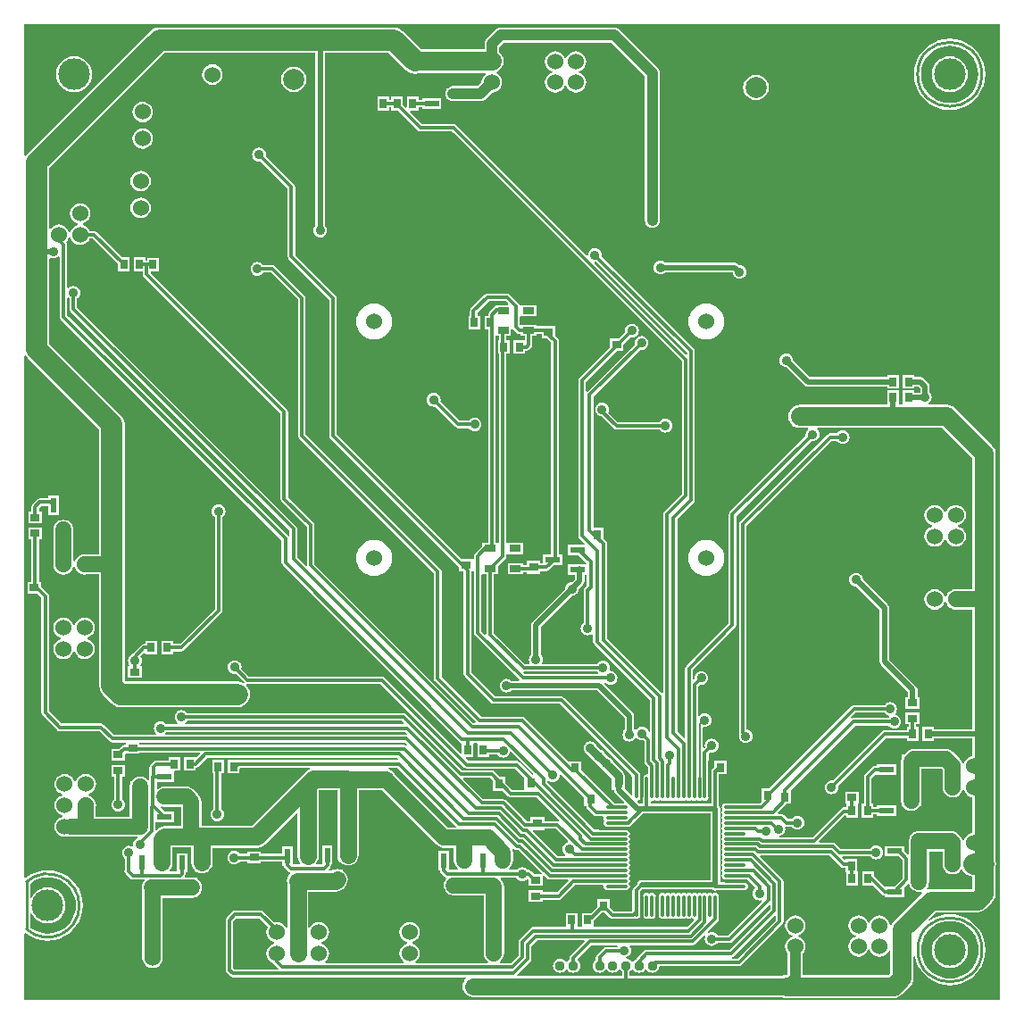
<source format=gbr>
%TF.GenerationSoftware,Altium Limited,Altium Designer,18.1.7 (191)*%
G04 Layer_Physical_Order=4*
G04 Layer_Color=16711680*
%FSLAX43Y43*%
%MOMM*%
%TF.FileFunction,Copper,L4,Bot,Signal*%
%TF.Part,Single*%
G01*
G75*
%TA.AperFunction,NonConductor*%
%ADD10C,0.254*%
%TA.AperFunction,SMDPad,CuDef*%
%ADD11R,0.900X0.700*%
%ADD14R,0.600X1.450*%
%ADD16R,1.100X1.400*%
%ADD18R,1.450X0.600*%
%ADD19R,0.700X0.900*%
%ADD20R,0.900X0.800*%
%ADD21R,0.800X0.900*%
%ADD24R,1.100X0.650*%
%ADD29R,1.400X1.100*%
%TA.AperFunction,Conductor*%
%ADD42C,1.700*%
%ADD43C,1.500*%
%ADD44C,0.300*%
%ADD45C,2.000*%
%ADD46C,0.500*%
%ADD47C,0.305*%
%ADD50C,1.000*%
%ADD52C,1.600*%
%ADD53C,1.800*%
%ADD54C,0.800*%
%TA.AperFunction,ComponentPad*%
%ADD55C,1.524*%
%TA.AperFunction,ViaPad*%
%ADD56C,2.000*%
%ADD57C,3.000*%
%TA.AperFunction,ComponentPad*%
%ADD58C,0.950*%
%ADD59C,0.900*%
%TA.AperFunction,ViaPad*%
%ADD60C,0.900*%
%TA.AperFunction,SMDPad,CuDef*%
%ADD69O,2.100X0.300*%
%ADD70O,0.300X2.100*%
%TA.AperFunction,Conductor*%
%ADD71C,0.200*%
G36*
X109075Y16600D02*
X16575D01*
Y22850D01*
X16702Y22909D01*
X16808Y22818D01*
X17256Y22544D01*
X17741Y22343D01*
X18252Y22220D01*
X18775Y22179D01*
X19298Y22220D01*
X19809Y22343D01*
X20294Y22544D01*
X20742Y22818D01*
X21141Y23159D01*
X21482Y23558D01*
X21756Y24006D01*
X21957Y24491D01*
X22080Y25002D01*
X22121Y25525D01*
X22080Y26048D01*
X21957Y26559D01*
X21756Y27044D01*
X21482Y27492D01*
X21141Y27891D01*
X20742Y28232D01*
X20294Y28506D01*
X19809Y28707D01*
X19298Y28830D01*
X18775Y28871D01*
X18252Y28830D01*
X17741Y28707D01*
X17256Y28506D01*
X16808Y28232D01*
X16702Y28141D01*
X16575Y28200D01*
Y77646D01*
X16702Y77687D01*
X16869Y77469D01*
X23665Y70674D01*
Y58833D01*
X22367D01*
X22275Y58845D01*
X22024Y58812D01*
X21790Y58715D01*
X21589Y58561D01*
X21435Y58360D01*
X21360Y58180D01*
X21233Y58206D01*
Y61150D01*
X21201Y61398D01*
X21105Y61629D01*
X20953Y61828D01*
X20800Y61945D01*
Y62050D01*
X20585D01*
X20523Y62076D01*
X20275Y62108D01*
X20027Y62076D01*
X19965Y62050D01*
X19800D01*
Y61982D01*
X19796Y61980D01*
X19597Y61828D01*
X19445Y61629D01*
X19349Y61398D01*
X19317Y61150D01*
Y57967D01*
X19305Y57875D01*
X19338Y57624D01*
X19435Y57390D01*
X19589Y57189D01*
X19790Y57035D01*
X20024Y56938D01*
X20275Y56905D01*
X20526Y56938D01*
X20760Y57035D01*
X20961Y57189D01*
X21115Y57390D01*
X21212Y57624D01*
X21338D01*
X21435Y57390D01*
X21589Y57189D01*
X21790Y57035D01*
X22024Y56938D01*
X22275Y56905D01*
X22367Y56917D01*
X23665D01*
Y46350D01*
X23706Y46037D01*
X23827Y45745D01*
X24019Y45494D01*
X24819Y44694D01*
X25070Y44502D01*
X25362Y44381D01*
X25675Y44340D01*
X36775D01*
X37088Y44381D01*
X37380Y44502D01*
X37631Y44694D01*
X37823Y44945D01*
X37944Y45237D01*
X37985Y45550D01*
X37944Y45863D01*
X37823Y46155D01*
X37631Y46406D01*
X37597Y46432D01*
X37626Y46565D01*
X37629Y46567D01*
X37750Y46543D01*
X50352D01*
X58273Y38623D01*
X58388Y38545D01*
X58525Y38518D01*
X63127D01*
X64000Y37645D01*
Y36525D01*
X63891Y36482D01*
X62873D01*
X62200Y37155D01*
Y37700D01*
X61655D01*
X61127Y38227D01*
X61012Y38305D01*
X60875Y38332D01*
X58073D01*
X52752Y43652D01*
X52637Y43730D01*
X52500Y43757D01*
X32020D01*
X31939Y43864D01*
X31803Y43968D01*
X31645Y44033D01*
X31475Y44056D01*
X31305Y44033D01*
X31147Y43968D01*
X31011Y43864D01*
X30907Y43728D01*
X30842Y43570D01*
X30819Y43400D01*
X30842Y43230D01*
X30907Y43072D01*
X31011Y42936D01*
X31145Y42834D01*
X31146Y42827D01*
X31118Y42707D01*
X30045D01*
X29964Y42814D01*
X29828Y42918D01*
X29670Y42983D01*
X29500Y43006D01*
X29330Y42983D01*
X29172Y42918D01*
X29036Y42814D01*
X28932Y42678D01*
X28867Y42520D01*
X28844Y42350D01*
X28867Y42180D01*
X28932Y42022D01*
X29036Y41886D01*
X29105Y41834D01*
X29062Y41707D01*
X25073D01*
X24102Y42677D01*
X23987Y42755D01*
X23850Y42782D01*
X20073D01*
X18907Y43948D01*
Y54875D01*
X18880Y55012D01*
X18802Y55127D01*
X18150Y55780D01*
Y56225D01*
X17957D01*
Y60275D01*
X18250D01*
Y61375D01*
X16950D01*
Y60275D01*
X17243D01*
Y56225D01*
X16850D01*
Y55125D01*
X17795D01*
X18193Y54727D01*
Y43800D01*
X18220Y43663D01*
X18298Y43548D01*
X19673Y42173D01*
X19788Y42095D01*
X19925Y42068D01*
X23702D01*
X24673Y41098D01*
X24788Y41020D01*
X24925Y40993D01*
X26200D01*
Y40757D01*
X26050D01*
X25913Y40730D01*
X25798Y40652D01*
X25520Y40375D01*
X24825D01*
Y39275D01*
X26125D01*
Y39829D01*
X26200Y39925D01*
X27500D01*
Y40043D01*
X33223D01*
X33271Y39926D01*
X32910Y39565D01*
X32825Y39600D01*
Y39600D01*
X31725D01*
Y38300D01*
X32825D01*
Y38578D01*
X32912Y38595D01*
X33027Y38673D01*
X33898Y39543D01*
X51927D01*
X52036Y39434D01*
X51984Y39307D01*
X36975D01*
Y39350D01*
X35875D01*
Y38050D01*
X36975D01*
Y38520D01*
X37048Y38593D01*
X43638D01*
X43664Y38466D01*
X43545Y38417D01*
X43326Y38249D01*
X42726Y37649D01*
X42715Y37635D01*
X42701Y37624D01*
X38186Y33109D01*
X33375D01*
X33358Y33124D01*
Y35375D01*
X33326Y35623D01*
X33230Y35854D01*
X33078Y36053D01*
X32603Y36528D01*
X32404Y36680D01*
X32173Y36776D01*
X31925Y36808D01*
X29875D01*
X29627Y36776D01*
X29396Y36680D01*
X29259Y36575D01*
X29132Y36637D01*
Y37250D01*
X30800D01*
Y38250D01*
X30906Y38300D01*
X31325D01*
Y39600D01*
X30225D01*
Y39282D01*
X29075D01*
X28938Y39255D01*
X28823Y39177D01*
X28548Y38902D01*
X28470Y38787D01*
X28443Y38650D01*
Y37901D01*
X28418Y37775D01*
Y37405D01*
X28291Y37362D01*
X28203Y37478D01*
X28004Y37630D01*
X27773Y37726D01*
X27525Y37758D01*
X27277Y37726D01*
X27046Y37630D01*
X26847Y37478D01*
X26711Y37300D01*
X26600D01*
Y37049D01*
X26599Y37048D01*
X26567Y36800D01*
Y33958D01*
X23358D01*
Y34933D01*
X23370Y35025D01*
X23337Y35276D01*
X23240Y35510D01*
X23086Y35711D01*
X22885Y35865D01*
X22651Y35962D01*
Y36088D01*
X22885Y36185D01*
X23086Y36339D01*
X23240Y36540D01*
X23337Y36774D01*
X23370Y37025D01*
X23337Y37276D01*
X23240Y37510D01*
X23086Y37711D01*
X22885Y37865D01*
X22651Y37962D01*
X22400Y37995D01*
X22149Y37962D01*
X21915Y37865D01*
X21714Y37711D01*
X21560Y37510D01*
X21463Y37276D01*
X21337D01*
X21240Y37510D01*
X21086Y37711D01*
X20885Y37865D01*
X20651Y37962D01*
X20400Y37995D01*
X20149Y37962D01*
X19915Y37865D01*
X19714Y37711D01*
X19560Y37510D01*
X19463Y37276D01*
X19430Y37025D01*
X19463Y36774D01*
X19560Y36540D01*
X19714Y36339D01*
X19915Y36185D01*
X20149Y36088D01*
Y35962D01*
X19915Y35865D01*
X19714Y35711D01*
X19560Y35510D01*
X19463Y35276D01*
X19430Y35025D01*
X19463Y34774D01*
X19560Y34540D01*
X19714Y34339D01*
X19915Y34185D01*
X20149Y34088D01*
Y33962D01*
X19915Y33865D01*
X19714Y33711D01*
X19560Y33510D01*
X19463Y33276D01*
X19430Y33025D01*
X19463Y32774D01*
X19560Y32540D01*
X19714Y32339D01*
X19915Y32185D01*
X20149Y32088D01*
X20400Y32055D01*
X20651Y32088D01*
X20685Y32102D01*
X20752Y32074D01*
X21000Y32042D01*
X27310D01*
X27336Y31915D01*
X27222Y31868D01*
X27086Y31764D01*
X26982Y31628D01*
X26917Y31470D01*
X26894Y31300D01*
X26912Y31169D01*
X26810Y31097D01*
X26799Y31094D01*
X26645Y31158D01*
X26475Y31181D01*
X26305Y31158D01*
X26147Y31093D01*
X26011Y30989D01*
X25907Y30853D01*
X25842Y30695D01*
X25819Y30525D01*
X25842Y30355D01*
X25907Y30197D01*
X26011Y30061D01*
X26118Y29980D01*
Y28968D01*
X26097Y28935D01*
X26069Y28799D01*
X26097Y28662D01*
X26174Y28546D01*
X26598Y28123D01*
X26713Y28045D01*
X26850Y28018D01*
X27958D01*
X27970Y27983D01*
X27989Y27891D01*
X27845Y27704D01*
X27749Y27473D01*
X27717Y27225D01*
X27742Y27035D01*
Y22725D01*
Y20725D01*
X27758Y20601D01*
X27755Y20575D01*
X27788Y20324D01*
X27885Y20090D01*
X28039Y19889D01*
X28240Y19735D01*
X28474Y19638D01*
X28725Y19605D01*
X28976Y19638D01*
X29210Y19735D01*
X29411Y19889D01*
X29565Y20090D01*
X29662Y20324D01*
X29695Y20575D01*
X29662Y20826D01*
X29658Y20836D01*
Y22314D01*
X29662Y22324D01*
X29695Y22575D01*
X29662Y22826D01*
X29658Y22836D01*
Y26267D01*
X32450D01*
X32698Y26299D01*
X32699Y26300D01*
X32950D01*
Y26411D01*
X33128Y26547D01*
X33280Y26746D01*
X33376Y26977D01*
X33408Y27225D01*
X33376Y27473D01*
X33280Y27704D01*
X33128Y27903D01*
X32950Y28039D01*
Y28150D01*
X32699D01*
X32698Y28151D01*
X32450Y28183D01*
X31830D01*
X31777Y28310D01*
X31830Y28388D01*
X31857Y28525D01*
Y28650D01*
X32000D01*
Y30500D01*
X31000D01*
Y28732D01*
X30366D01*
X30326Y28852D01*
X30338Y28862D01*
X30498Y29071D01*
X30599Y29314D01*
X30634Y29575D01*
Y31041D01*
X32391D01*
Y29575D01*
X32426Y29314D01*
X32527Y29071D01*
X32687Y28862D01*
X32896Y28701D01*
X32900Y28700D01*
Y28650D01*
X33020D01*
X33139Y28601D01*
X33400Y28566D01*
X33661Y28601D01*
X33780Y28650D01*
X33900D01*
Y28700D01*
X33904Y28701D01*
X34113Y28862D01*
X34273Y29071D01*
X34374Y29314D01*
X34409Y29575D01*
Y30991D01*
X38625D01*
X38625Y30991D01*
X38899Y31027D01*
X39155Y31133D01*
X39374Y31301D01*
X42349Y34276D01*
X42466Y34228D01*
Y30200D01*
X42501Y29939D01*
X42602Y29696D01*
X42726Y29534D01*
X42666Y29407D01*
X42025D01*
Y31125D01*
X41025D01*
Y30432D01*
X39025D01*
Y30650D01*
X37725D01*
Y30432D01*
X37020D01*
X36939Y30539D01*
X36803Y30643D01*
X36645Y30708D01*
X36475Y30731D01*
X36305Y30708D01*
X36147Y30643D01*
X36011Y30539D01*
X35907Y30403D01*
X35842Y30245D01*
X35819Y30075D01*
X35842Y29905D01*
X35907Y29747D01*
X36011Y29611D01*
X36147Y29507D01*
X36305Y29442D01*
X36475Y29419D01*
X36645Y29442D01*
X36803Y29507D01*
X36939Y29611D01*
X37020Y29718D01*
X37725D01*
Y29550D01*
X39025D01*
Y29718D01*
X41025D01*
Y29275D01*
X41183D01*
X41195Y29213D01*
X41273Y29098D01*
X41573Y28798D01*
X41688Y28720D01*
X41744Y28709D01*
X41775Y28574D01*
X41762Y28563D01*
X41602Y28354D01*
X41501Y28111D01*
X41466Y27850D01*
X41491Y27660D01*
Y23427D01*
X41364Y23402D01*
X41340Y23460D01*
X41186Y23661D01*
X40985Y23815D01*
X40751Y23912D01*
X40500Y23945D01*
X40287Y23917D01*
X39277Y24927D01*
X39162Y25005D01*
X39025Y25032D01*
X36550D01*
X36413Y25005D01*
X36298Y24927D01*
X35773Y24402D01*
X35695Y24287D01*
X35668Y24150D01*
Y19400D01*
X35695Y19263D01*
X35773Y19148D01*
X36098Y18823D01*
X36213Y18745D01*
X36350Y18718D01*
X58416D01*
X58457Y18598D01*
X58412Y18563D01*
X58251Y18354D01*
X58151Y18111D01*
X58116Y17850D01*
X58151Y17589D01*
X58251Y17346D01*
X58412Y17137D01*
X58621Y16976D01*
X58864Y16876D01*
X59125Y16841D01*
X88411D01*
X88563Y16778D01*
X88850Y16741D01*
X98975D01*
X99262Y16778D01*
X99530Y16889D01*
X99760Y17065D01*
X100585Y17890D01*
X100761Y18120D01*
X100872Y18388D01*
X100909Y18675D01*
Y20677D01*
X101036Y20692D01*
X101135Y20280D01*
X101338Y19790D01*
X101615Y19338D01*
X101960Y18935D01*
X102363Y18590D01*
X102815Y18313D01*
X103305Y18110D01*
X103821Y17986D01*
X104350Y17945D01*
X104879Y17986D01*
X105395Y18110D01*
X105885Y18313D01*
X106337Y18590D01*
X106740Y18935D01*
X107085Y19338D01*
X107362Y19790D01*
X107565Y20280D01*
X107689Y20796D01*
X107730Y21325D01*
X107689Y21854D01*
X107565Y22369D01*
X107362Y22860D01*
X107085Y23312D01*
X106740Y23715D01*
X106337Y24060D01*
X105885Y24337D01*
X105395Y24540D01*
X104879Y24664D01*
X104350Y24705D01*
X103821Y24664D01*
X103305Y24540D01*
X102815Y24337D01*
X102415Y24091D01*
X102336Y24192D01*
X103035Y24891D01*
X106950D01*
X107237Y24928D01*
X107505Y25039D01*
X107735Y25215D01*
X108360Y25840D01*
X108536Y26070D01*
X108647Y26338D01*
X108684Y26625D01*
Y29138D01*
X108694Y29162D01*
X108735Y29475D01*
X108694Y29788D01*
X108684Y29812D01*
Y41975D01*
Y54650D01*
Y68400D01*
X108647Y68687D01*
X108536Y68955D01*
X108360Y69185D01*
X104835Y72710D01*
X104605Y72886D01*
X104337Y72997D01*
X104050Y73034D01*
X102352D01*
X102307Y73149D01*
X102308Y73161D01*
X102439Y73261D01*
X102543Y73397D01*
X102608Y73555D01*
X102631Y73725D01*
X102608Y73895D01*
X102543Y74053D01*
X102439Y74189D01*
X102434Y74192D01*
Y74775D01*
X102399Y74951D01*
X102299Y75099D01*
X101874Y75524D01*
X101726Y75624D01*
X101550Y75659D01*
X101000D01*
Y75850D01*
X99900D01*
Y74550D01*
X101000D01*
Y74741D01*
X101360D01*
X101516Y74585D01*
Y74192D01*
X101511Y74189D01*
X101508Y74184D01*
X101000D01*
Y74375D01*
X99900D01*
X99900Y73075D01*
X99790Y73034D01*
X99610D01*
X99500Y73075D01*
Y74375D01*
X98400D01*
Y73075D01*
X98290Y73034D01*
X97050D01*
X97050Y73034D01*
X90125D01*
X89838Y72997D01*
X89570Y72886D01*
X89340Y72710D01*
X89164Y72480D01*
X89053Y72212D01*
X89016Y71925D01*
X89053Y71638D01*
X89164Y71370D01*
X89340Y71140D01*
X89570Y70964D01*
X89838Y70853D01*
X90125Y70816D01*
X90851D01*
X90894Y70689D01*
X90861Y70664D01*
X90757Y70528D01*
X90692Y70370D01*
X90669Y70200D01*
X90687Y70067D01*
X83473Y62852D01*
X83395Y62737D01*
X83368Y62600D01*
Y52273D01*
X79348Y48252D01*
X79270Y48137D01*
X79243Y48000D01*
Y41427D01*
X79126Y41379D01*
X78482Y42023D01*
Y62152D01*
X80052Y63723D01*
X80130Y63838D01*
X80157Y63975D01*
Y78100D01*
X80130Y78237D01*
X80052Y78352D01*
X71313Y87092D01*
X71331Y87225D01*
X71308Y87395D01*
X71243Y87553D01*
X71139Y87689D01*
X71003Y87793D01*
X70845Y87858D01*
X70675Y87881D01*
X70505Y87858D01*
X70347Y87793D01*
X70211Y87689D01*
X70107Y87553D01*
X70042Y87395D01*
X70021Y87238D01*
X69983Y87212D01*
X69897Y87183D01*
X57527Y99552D01*
X57412Y99630D01*
X57275Y99657D01*
X54273D01*
X53122Y100808D01*
X53171Y100925D01*
X53950D01*
Y101218D01*
X54275D01*
Y101075D01*
X56125D01*
Y102075D01*
X54275D01*
Y101932D01*
X53950D01*
Y102225D01*
X52850D01*
Y101246D01*
X52733Y101197D01*
X52450Y101480D01*
Y102225D01*
X51350D01*
Y101932D01*
X51175D01*
Y102225D01*
X50075D01*
Y100925D01*
X51175D01*
Y101218D01*
X51350D01*
Y100925D01*
X51995D01*
X53873Y99048D01*
X53988Y98970D01*
X54125Y98943D01*
X57127D01*
X78918Y77152D01*
Y64555D01*
X77248Y62884D01*
X77170Y62769D01*
X77143Y62632D01*
Y45740D01*
X77016Y45689D01*
X71832Y50873D01*
Y59800D01*
X71805Y59937D01*
X71727Y60052D01*
X71475Y60305D01*
Y61350D01*
X70532D01*
Y73802D01*
X74967Y78237D01*
X75100Y78219D01*
X75270Y78242D01*
X75428Y78307D01*
X75564Y78411D01*
X75668Y78547D01*
X75733Y78705D01*
X75756Y78875D01*
X75733Y79045D01*
X75668Y79203D01*
X75564Y79339D01*
X75428Y79443D01*
X75270Y79508D01*
X75100Y79531D01*
X74930Y79508D01*
X74772Y79443D01*
X74636Y79339D01*
X74532Y79203D01*
X74467Y79045D01*
X74444Y78875D01*
X74462Y78742D01*
X69959Y74239D01*
X69832Y74290D01*
Y75152D01*
X72805Y78125D01*
X73375D01*
Y78695D01*
X74089Y79409D01*
X74200Y79394D01*
X74370Y79417D01*
X74528Y79482D01*
X74664Y79586D01*
X74768Y79722D01*
X74833Y79880D01*
X74856Y80050D01*
X74833Y80220D01*
X74768Y80378D01*
X74664Y80514D01*
X74528Y80618D01*
X74370Y80683D01*
X74200Y80706D01*
X74030Y80683D01*
X73872Y80618D01*
X73736Y80514D01*
X73632Y80378D01*
X73567Y80220D01*
X73544Y80050D01*
X73565Y79895D01*
X72995Y79325D01*
X72075D01*
Y78405D01*
X69223Y75552D01*
X69145Y75437D01*
X69118Y75300D01*
Y60600D01*
X69145Y60463D01*
X69223Y60348D01*
X69703Y59867D01*
X69654Y59750D01*
X68125D01*
Y58750D01*
X69142D01*
X69915Y57977D01*
X69914Y57850D01*
X69461D01*
X69426Y57874D01*
X69250Y57909D01*
X69074Y57874D01*
X69039Y57850D01*
X68125D01*
Y56850D01*
X68791D01*
Y56465D01*
X68528Y56202D01*
X68500Y56206D01*
X68330Y56183D01*
X68172Y56118D01*
X68036Y56014D01*
X67932Y55878D01*
X67867Y55720D01*
X67844Y55550D01*
X67848Y55522D01*
X64751Y52424D01*
X64651Y52276D01*
X64616Y52100D01*
Y49317D01*
X64611Y49314D01*
X64507Y49178D01*
X64442Y49020D01*
X64419Y48850D01*
X64442Y48680D01*
X64502Y48534D01*
X64469Y48441D01*
X64452Y48407D01*
X64076D01*
X61109Y51374D01*
Y56950D01*
X61500D01*
Y57717D01*
X62179Y58396D01*
X62257Y58513D01*
X62284Y58650D01*
Y58823D01*
X62400Y58850D01*
X62411Y58850D01*
X63900D01*
Y59900D01*
X62411D01*
X62400Y59900D01*
X62284Y59927D01*
Y77850D01*
X62575D01*
Y79150D01*
X62284D01*
Y79525D01*
X62725D01*
Y80175D01*
X62745Y80188D01*
X62918Y80155D01*
X62923Y80148D01*
X63273Y79798D01*
X63388Y79720D01*
X63525Y79693D01*
X63625D01*
Y79525D01*
X64018D01*
Y79150D01*
X62975D01*
Y77850D01*
X64075D01*
Y78143D01*
X64175D01*
X64312Y78170D01*
X64427Y78248D01*
X64627Y78448D01*
X64705Y78563D01*
X64732Y78700D01*
Y79525D01*
X65125D01*
Y79743D01*
X65625D01*
Y79300D01*
X66145D01*
X66543Y78902D01*
Y58800D01*
X65775D01*
Y57957D01*
X65525D01*
Y58200D01*
X64225D01*
Y57832D01*
X63900D01*
Y58000D01*
X62400D01*
Y56950D01*
X63900D01*
Y57118D01*
X64225D01*
Y57000D01*
X65525D01*
Y57243D01*
X66100D01*
X66237Y57270D01*
X66352Y57348D01*
X66805Y57800D01*
X67625D01*
Y58800D01*
X67257D01*
Y79050D01*
X67230Y79187D01*
X67152Y79302D01*
X66925Y79530D01*
Y80500D01*
X65625D01*
Y80457D01*
X65125D01*
Y80575D01*
X63625D01*
X63532Y80657D01*
Y81343D01*
X63625Y81425D01*
X63659Y81425D01*
X65125D01*
Y82475D01*
X63646D01*
X63625Y82475D01*
X63511Y82506D01*
X63505Y82537D01*
X63427Y82652D01*
X62627Y83452D01*
X62512Y83530D01*
X62375Y83557D01*
X60475D01*
X60338Y83530D01*
X60223Y83452D01*
X58923Y82152D01*
X58845Y82037D01*
X58818Y81900D01*
Y81450D01*
X58700D01*
Y80150D01*
X59800D01*
Y81450D01*
X59532D01*
Y81752D01*
X60623Y82843D01*
X62227D01*
X62478Y82592D01*
X62429Y82475D01*
X61225D01*
Y82321D01*
X61123Y82252D01*
X60648Y81777D01*
X60570Y81662D01*
X60543Y81525D01*
Y81450D01*
X60200D01*
Y80150D01*
X60543D01*
Y59900D01*
X60000D01*
Y59605D01*
X59323Y58927D01*
X59245Y58812D01*
X59218Y58675D01*
Y58446D01*
X59100Y58425D01*
Y58425D01*
X58005D01*
X46207Y70223D01*
Y83125D01*
X46180Y83262D01*
X46102Y83377D01*
X42257Y87223D01*
Y93675D01*
X42230Y93812D01*
X42152Y93927D01*
X39463Y96617D01*
X39481Y96750D01*
X39458Y96920D01*
X39393Y97078D01*
X39289Y97214D01*
X39153Y97318D01*
X38995Y97383D01*
X38825Y97406D01*
X38655Y97383D01*
X38497Y97318D01*
X38361Y97214D01*
X38257Y97078D01*
X38192Y96920D01*
X38169Y96750D01*
X38192Y96580D01*
X38257Y96422D01*
X38361Y96286D01*
X38497Y96182D01*
X38655Y96117D01*
X38825Y96094D01*
X38958Y96112D01*
X41543Y93527D01*
Y87075D01*
X41570Y86938D01*
X41648Y86823D01*
X45493Y82977D01*
Y70075D01*
X45520Y69938D01*
X45598Y69823D01*
X57800Y57620D01*
Y57225D01*
X58195D01*
X58243Y57177D01*
Y47500D01*
X58270Y47363D01*
X58348Y47248D01*
X60823Y44773D01*
X60938Y44695D01*
X61075Y44668D01*
X67327D01*
X74243Y37752D01*
Y36700D01*
Y36022D01*
X74126Y35973D01*
X73500Y36599D01*
Y37091D01*
X73512Y37150D01*
Y37800D01*
X73465Y38034D01*
X73333Y38233D01*
X72423Y39142D01*
X72421Y39157D01*
X72355Y39315D01*
X72251Y39451D01*
X72115Y39555D01*
X71957Y39621D01*
X71942Y39623D01*
X71632Y39933D01*
X71593Y40028D01*
X71489Y40164D01*
X71353Y40268D01*
X71258Y40307D01*
X70839Y40726D01*
X70818Y40778D01*
X70714Y40914D01*
X70578Y41018D01*
X70420Y41083D01*
X70250Y41106D01*
X70080Y41083D01*
X69922Y41018D01*
X69786Y40914D01*
X69682Y40778D01*
X69617Y40620D01*
X69594Y40450D01*
X69617Y40280D01*
X69682Y40122D01*
X69786Y39986D01*
X69922Y39882D01*
X69974Y39861D01*
X70453Y39381D01*
X70457Y39372D01*
X70561Y39236D01*
X70697Y39132D01*
X70706Y39128D01*
X72288Y37547D01*
Y37150D01*
X72300Y37091D01*
Y36500D01*
X72516D01*
Y36475D01*
X72551Y36299D01*
X72651Y36151D01*
X73477Y35324D01*
X73428Y35207D01*
X72548D01*
X69350Y38405D01*
Y39200D01*
X68205D01*
X64077Y43327D01*
X63962Y43405D01*
X63825Y43432D01*
X59898D01*
X56132Y47198D01*
Y57225D01*
X56105Y57362D01*
X56027Y57477D01*
X43257Y70248D01*
Y83125D01*
X43230Y83262D01*
X43152Y83377D01*
X40377Y86152D01*
X40262Y86230D01*
X40125Y86257D01*
X39220D01*
X39139Y86364D01*
X39003Y86468D01*
X38845Y86533D01*
X38675Y86556D01*
X38505Y86533D01*
X38347Y86468D01*
X38211Y86364D01*
X38107Y86228D01*
X38042Y86070D01*
X38019Y85900D01*
X38042Y85730D01*
X38107Y85572D01*
X38211Y85436D01*
X38347Y85332D01*
X38505Y85267D01*
X38675Y85244D01*
X38845Y85267D01*
X39003Y85332D01*
X39139Y85436D01*
X39220Y85543D01*
X39977D01*
X42543Y82977D01*
Y70100D01*
X42570Y69963D01*
X42648Y69848D01*
X55418Y57077D01*
Y47050D01*
X55445Y46913D01*
X55523Y46798D01*
X59369Y42952D01*
X59320Y42834D01*
X59174D01*
X44084Y57924D01*
Y61600D01*
X44057Y61737D01*
X43979Y61854D01*
X41584Y64249D01*
Y72350D01*
X41557Y72488D01*
X41479Y72604D01*
X28560Y85523D01*
X28597Y85650D01*
X29325D01*
Y86950D01*
X28225D01*
Y86684D01*
X28050D01*
Y86975D01*
X26950D01*
Y85675D01*
X27816D01*
Y85400D01*
X27843Y85262D01*
X27921Y85146D01*
X40866Y72201D01*
Y64100D01*
X40893Y63963D01*
X40971Y63846D01*
X43366Y61451D01*
Y57794D01*
X43322Y57761D01*
X43244Y57736D01*
X42432Y58548D01*
Y61275D01*
X42405Y61412D01*
X42327Y61527D01*
X21582Y82273D01*
Y83080D01*
X21689Y83161D01*
X21793Y83297D01*
X21858Y83455D01*
X21881Y83625D01*
X21858Y83795D01*
X21793Y83953D01*
X21689Y84089D01*
X21553Y84193D01*
X21395Y84258D01*
X21225Y84281D01*
X21055Y84258D01*
X20897Y84193D01*
X20761Y84089D01*
X20759Y84085D01*
X20632Y84128D01*
Y88175D01*
X20605Y88312D01*
X20527Y88427D01*
X20529Y88459D01*
X20536Y88464D01*
X20690Y88665D01*
X20787Y88899D01*
X20913D01*
X21010Y88665D01*
X21164Y88464D01*
X21365Y88310D01*
X21599Y88213D01*
X21850Y88180D01*
X22101Y88213D01*
X22335Y88310D01*
X22536Y88464D01*
X22690Y88665D01*
X22743Y88793D01*
X23027D01*
X25450Y86370D01*
Y85675D01*
X26550D01*
Y86975D01*
X25855D01*
X23427Y89402D01*
X23312Y89480D01*
X23175Y89507D01*
X22743D01*
X22690Y89635D01*
X22536Y89836D01*
X22335Y89990D01*
X22101Y90087D01*
Y90213D01*
X22335Y90310D01*
X22536Y90464D01*
X22690Y90665D01*
X22787Y90899D01*
X22820Y91150D01*
X22787Y91401D01*
X22690Y91635D01*
X22536Y91836D01*
X22335Y91990D01*
X22101Y92087D01*
X21850Y92120D01*
X21599Y92087D01*
X21365Y91990D01*
X21164Y91836D01*
X21010Y91635D01*
X20913Y91401D01*
X20880Y91150D01*
X20913Y90899D01*
X21010Y90665D01*
X21164Y90464D01*
X21365Y90310D01*
X21599Y90213D01*
Y90087D01*
X21365Y89990D01*
X21164Y89836D01*
X21010Y89635D01*
X20913Y89401D01*
X20787D01*
X20690Y89635D01*
X20536Y89836D01*
X20335Y89990D01*
X20101Y90087D01*
X19850Y90120D01*
X19599Y90087D01*
X19365Y89990D01*
X19164Y89836D01*
X19062Y89704D01*
X18935Y89747D01*
Y95449D01*
X29876Y106390D01*
X44166D01*
Y90017D01*
X44161Y90014D01*
X44057Y89878D01*
X43992Y89720D01*
X43969Y89550D01*
X43992Y89380D01*
X44057Y89222D01*
X44161Y89086D01*
X44297Y88982D01*
X44455Y88917D01*
X44625Y88894D01*
X44795Y88917D01*
X44953Y88982D01*
X45089Y89086D01*
X45193Y89222D01*
X45258Y89380D01*
X45281Y89550D01*
X45258Y89720D01*
X45193Y89878D01*
X45089Y90014D01*
X45084Y90017D01*
Y106390D01*
X51124D01*
X52769Y104744D01*
X53020Y104552D01*
X53312Y104431D01*
X53625Y104390D01*
X53938Y104431D01*
X54082Y104491D01*
X60304D01*
X60347Y104364D01*
X60214Y104261D01*
X60060Y104060D01*
X59963Y103826D01*
X59934Y103607D01*
X59558Y103231D01*
X57225D01*
X57042Y103207D01*
X56872Y103136D01*
X56727Y103025D01*
X56625D01*
Y102893D01*
X56614Y102878D01*
X56543Y102708D01*
X56519Y102525D01*
X56543Y102342D01*
X56614Y102172D01*
X56625Y102157D01*
Y102025D01*
X56727D01*
X56872Y101914D01*
X57042Y101843D01*
X57225Y101819D01*
X59850D01*
X60033Y101843D01*
X60203Y101914D01*
X60349Y102026D01*
X60932Y102609D01*
X61151Y102638D01*
X61385Y102735D01*
X61586Y102889D01*
X61740Y103090D01*
X61837Y103324D01*
X61870Y103575D01*
X61837Y103826D01*
X61740Y104060D01*
X61586Y104261D01*
X61385Y104415D01*
X61316Y104444D01*
X61316Y104582D01*
X61455Y104639D01*
X61685Y104815D01*
X61861Y105045D01*
X61972Y105313D01*
X62009Y105600D01*
X61972Y105887D01*
X61861Y106155D01*
X61685Y106385D01*
X61606Y106445D01*
Y106933D01*
X62042Y107369D01*
X72233D01*
X75419Y104183D01*
Y90475D01*
X75443Y90292D01*
X75514Y90122D01*
X75626Y89976D01*
X75772Y89864D01*
X75942Y89793D01*
X76125Y89769D01*
X76308Y89793D01*
X76478Y89864D01*
X76624Y89976D01*
X76736Y90122D01*
X76807Y90292D01*
X76831Y90475D01*
Y104475D01*
X76807Y104658D01*
X76736Y104828D01*
X76624Y104974D01*
X73024Y108574D01*
X72878Y108686D01*
X72708Y108757D01*
X72525Y108781D01*
X61750D01*
X61567Y108757D01*
X61397Y108686D01*
X61251Y108574D01*
X60401Y107724D01*
X60289Y107578D01*
X60218Y107408D01*
X60194Y107225D01*
Y106709D01*
X54227D01*
X52481Y108456D01*
X52230Y108648D01*
X51938Y108769D01*
X51625Y108810D01*
X29375D01*
X29062Y108769D01*
X28770Y108648D01*
X28519Y108456D01*
X16869Y96806D01*
X16702Y96588D01*
X16575Y96629D01*
Y109100D01*
X109075D01*
Y16600D01*
D02*
G37*
G36*
X19918Y87047D02*
Y81375D01*
X19945Y81238D01*
X20023Y81123D01*
X40968Y60177D01*
Y58075D01*
X40995Y57938D01*
X41073Y57823D01*
X57823Y41073D01*
X57938Y40995D01*
X57962Y40991D01*
X58050Y40900D01*
Y40021D01*
X57933Y39972D01*
X50752Y47152D01*
X50637Y47230D01*
X50500Y47257D01*
X37898D01*
X37163Y47992D01*
X37181Y48125D01*
X37158Y48295D01*
X37093Y48453D01*
X36989Y48589D01*
X36853Y48693D01*
X36695Y48758D01*
X36525Y48781D01*
X36355Y48758D01*
X36197Y48693D01*
X36061Y48589D01*
X35957Y48453D01*
X35892Y48295D01*
X35869Y48125D01*
X35892Y47955D01*
X35957Y47797D01*
X36061Y47661D01*
X36197Y47557D01*
X36355Y47492D01*
X36525Y47469D01*
X36658Y47487D01*
X37442Y46703D01*
X37380Y46598D01*
X37088Y46719D01*
X36775Y46760D01*
X26176D01*
X26085Y46851D01*
Y57700D01*
Y71175D01*
X26044Y71488D01*
X25923Y71780D01*
X25731Y72031D01*
X18935Y78826D01*
Y86878D01*
X19062Y86955D01*
X19155Y86917D01*
X19325Y86894D01*
X19495Y86917D01*
X19653Y86982D01*
X19789Y87086D01*
X19791Y87090D01*
X19918Y87047D01*
D02*
G37*
G36*
X79443Y77952D02*
Y77802D01*
X79326Y77754D01*
X70633Y86447D01*
X70662Y86533D01*
X70688Y86571D01*
X70811Y86585D01*
X79443Y77952D01*
D02*
G37*
G36*
X97050Y70816D02*
X103590D01*
X106466Y67940D01*
Y55508D01*
X104992D01*
X104900Y55520D01*
X104649Y55487D01*
X104415Y55390D01*
X104214Y55236D01*
X104060Y55035D01*
X103963Y54801D01*
X103837D01*
X103740Y55035D01*
X103586Y55236D01*
X103385Y55390D01*
X103151Y55487D01*
X102900Y55520D01*
X102649Y55487D01*
X102415Y55390D01*
X102214Y55236D01*
X102060Y55035D01*
X101963Y54801D01*
X101930Y54550D01*
X101963Y54299D01*
X102060Y54065D01*
X102214Y53864D01*
X102415Y53710D01*
X102649Y53613D01*
X102900Y53580D01*
X103151Y53613D01*
X103385Y53710D01*
X103586Y53864D01*
X103740Y54065D01*
X103837Y54299D01*
X103963D01*
X104060Y54065D01*
X104214Y53864D01*
X104415Y53710D01*
X104649Y53613D01*
X104900Y53580D01*
X104992Y53592D01*
X106466D01*
Y42259D01*
X102850D01*
Y42450D01*
X101750D01*
Y41150D01*
X102850D01*
Y41341D01*
X106466D01*
Y39699D01*
X106374Y39687D01*
X106140Y39590D01*
X105939Y39436D01*
X105785Y39235D01*
X105688Y39001D01*
X105562D01*
X105465Y39235D01*
X105311Y39436D01*
X105238Y39493D01*
X104628Y40103D01*
X104429Y40255D01*
X104198Y40351D01*
X103950Y40383D01*
X100950D01*
X100702Y40351D01*
X100471Y40255D01*
X100272Y40103D01*
X100045Y39875D01*
X99750D01*
Y39399D01*
X99749Y39398D01*
X99717Y39150D01*
Y35450D01*
X99749Y35202D01*
X99750Y35201D01*
Y34950D01*
X99861D01*
X99997Y34772D01*
X100196Y34620D01*
X100427Y34524D01*
X100675Y34492D01*
X100923Y34524D01*
X101154Y34620D01*
X101353Y34772D01*
X101489Y34950D01*
X101600D01*
Y35201D01*
X101601Y35202D01*
X101633Y35450D01*
Y38467D01*
X103553D01*
X103667Y38353D01*
Y36842D01*
X103655Y36750D01*
X103688Y36499D01*
X103785Y36265D01*
X103939Y36064D01*
X104140Y35910D01*
X104374Y35813D01*
X104625Y35780D01*
X104876Y35813D01*
X105110Y35910D01*
X105311Y36064D01*
X105465Y36265D01*
X105562Y36499D01*
X105688D01*
X105785Y36265D01*
X105939Y36064D01*
X106140Y35910D01*
X106374Y35813D01*
X106466Y35801D01*
Y32428D01*
X106349Y32412D01*
X106115Y32315D01*
X105914Y32161D01*
X105760Y31960D01*
X105663Y31726D01*
X105537D01*
X105440Y31960D01*
X105286Y32161D01*
X105213Y32218D01*
X105128Y32303D01*
X104929Y32455D01*
X104698Y32551D01*
X104450Y32583D01*
X101425D01*
X101177Y32551D01*
X100946Y32455D01*
X100747Y32303D01*
X100611Y32125D01*
X100500D01*
Y31874D01*
X100499Y31873D01*
X100467Y31625D01*
Y30404D01*
X100349Y30355D01*
X100000Y30705D01*
Y31175D01*
X98150D01*
Y30175D01*
X99520D01*
X99868Y29827D01*
Y28123D01*
X99070Y27325D01*
X98180D01*
X97177Y28327D01*
X97125Y28362D01*
Y28725D01*
X96025D01*
Y27425D01*
X97070D01*
X97923Y26573D01*
X98038Y26495D01*
X98150Y26473D01*
Y26325D01*
X100000D01*
Y27245D01*
X100373Y27618D01*
X100493Y27577D01*
X100499Y27527D01*
X100500Y27526D01*
Y27275D01*
X100611D01*
X100747Y27097D01*
X100946Y26945D01*
X101177Y26849D01*
X101425Y26817D01*
X101673Y26849D01*
X101678Y26851D01*
X101750Y26744D01*
X99015Y24010D01*
X98839Y23780D01*
X98788Y23656D01*
X98769Y23653D01*
X98628Y23756D01*
X98612Y23876D01*
X98515Y24110D01*
X98361Y24311D01*
X98160Y24465D01*
X97926Y24562D01*
X97675Y24595D01*
X97424Y24562D01*
X97190Y24465D01*
X96989Y24311D01*
X96835Y24110D01*
X96738Y23876D01*
X96612D01*
X96515Y24110D01*
X96361Y24311D01*
X96160Y24465D01*
X95926Y24562D01*
X95675Y24595D01*
X95424Y24562D01*
X95190Y24465D01*
X94989Y24311D01*
X94835Y24110D01*
X94738Y23876D01*
X94705Y23625D01*
X94738Y23374D01*
X94835Y23140D01*
X94989Y22939D01*
X95190Y22785D01*
X95424Y22688D01*
Y22562D01*
X95190Y22465D01*
X94989Y22311D01*
X94835Y22110D01*
X94738Y21876D01*
X94705Y21625D01*
X94738Y21374D01*
X94835Y21140D01*
X94989Y20939D01*
X95190Y20785D01*
X95424Y20688D01*
X95675Y20655D01*
X95926Y20688D01*
X96160Y20785D01*
X96361Y20939D01*
X96515Y21140D01*
X96612Y21374D01*
X96738D01*
X96835Y21140D01*
X96989Y20939D01*
X97190Y20785D01*
X97424Y20688D01*
X97675Y20655D01*
X97926Y20688D01*
X98160Y20785D01*
X98361Y20939D01*
X98515Y21140D01*
X98564Y21256D01*
X98691Y21231D01*
Y19135D01*
X98515Y18959D01*
X90381D01*
Y20965D01*
X90515Y21140D01*
X90612Y21374D01*
X90645Y21625D01*
X90612Y21876D01*
X90515Y22110D01*
X90361Y22311D01*
X90160Y22465D01*
X89926Y22562D01*
Y22688D01*
X90160Y22785D01*
X90361Y22939D01*
X90515Y23140D01*
X90612Y23374D01*
X90645Y23625D01*
X90612Y23876D01*
X90515Y24110D01*
X90361Y24311D01*
X90160Y24465D01*
X89926Y24562D01*
X89675Y24595D01*
X89424Y24562D01*
X89190Y24465D01*
X88989Y24311D01*
X88835Y24110D01*
X88738Y23876D01*
X88705Y23625D01*
X88738Y23374D01*
X88835Y23140D01*
X88989Y22939D01*
X89190Y22785D01*
X89424Y22688D01*
Y22562D01*
X89190Y22465D01*
X88989Y22311D01*
X88835Y22110D01*
X88738Y21876D01*
X88705Y21625D01*
X88738Y21374D01*
X88835Y21140D01*
X88969Y20965D01*
Y18967D01*
X88961Y18959D01*
X88850D01*
X88563Y18922D01*
X88411Y18859D01*
X73982D01*
Y19248D01*
X74106Y19344D01*
X74173Y19431D01*
X74183Y19436D01*
X74317D01*
X74327Y19431D01*
X74394Y19344D01*
X74535Y19235D01*
X74699Y19167D01*
X74875Y19144D01*
X75051Y19167D01*
X75215Y19235D01*
X75356Y19344D01*
X75423Y19431D01*
X75433Y19436D01*
X75567D01*
X75577Y19431D01*
X75644Y19344D01*
X75785Y19235D01*
X75949Y19167D01*
X76125Y19144D01*
X76301Y19167D01*
X76465Y19235D01*
X76606Y19344D01*
X76715Y19485D01*
X76783Y19649D01*
X76798Y19768D01*
X84325D01*
X84462Y19795D01*
X84577Y19873D01*
X88452Y23748D01*
X88530Y23863D01*
X88557Y24000D01*
Y27807D01*
X88530Y27944D01*
X88452Y28059D01*
X86336Y30176D01*
X86385Y30293D01*
X92902D01*
X94023Y29173D01*
X94138Y29095D01*
X94275Y29068D01*
X94475D01*
Y28650D01*
X94525D01*
Y27425D01*
X95625D01*
Y28725D01*
X95575D01*
Y29950D01*
X94475D01*
Y29909D01*
X94348Y29857D01*
X94129Y30076D01*
X94177Y30193D01*
X96805D01*
X96886Y30086D01*
X97022Y29982D01*
X97180Y29917D01*
X97350Y29894D01*
X97520Y29917D01*
X97678Y29982D01*
X97814Y30086D01*
X97918Y30222D01*
X97983Y30380D01*
X98006Y30550D01*
X97983Y30720D01*
X97918Y30878D01*
X97814Y31014D01*
X97678Y31118D01*
X97520Y31183D01*
X97350Y31206D01*
X97180Y31183D01*
X97022Y31118D01*
X96886Y31014D01*
X96805Y30907D01*
X94005D01*
X93509Y31402D01*
X93394Y31480D01*
X93257Y31507D01*
X91977D01*
X91929Y31624D01*
X94373Y34068D01*
X94500Y34016D01*
Y33875D01*
X95600D01*
Y35175D01*
X95700Y35200D01*
Y36300D01*
X94400D01*
Y35200D01*
X94500Y35175D01*
Y34832D01*
X94275D01*
X94138Y34805D01*
X94023Y34727D01*
X91302Y32007D01*
X88193D01*
X88185Y32134D01*
X88245Y32142D01*
X88403Y32207D01*
X88539Y32311D01*
X88643Y32447D01*
X88708Y32605D01*
X88731Y32775D01*
X88712Y32916D01*
X88766Y32990D01*
X88812Y33026D01*
X88850Y33018D01*
X89355D01*
X89436Y32911D01*
X89572Y32807D01*
X89730Y32742D01*
X89900Y32719D01*
X90070Y32742D01*
X90228Y32807D01*
X90364Y32911D01*
X90468Y33047D01*
X90533Y33205D01*
X90556Y33375D01*
X90533Y33545D01*
X90468Y33703D01*
X90364Y33839D01*
X90228Y33943D01*
X90070Y34008D01*
X89900Y34031D01*
X89730Y34008D01*
X89572Y33943D01*
X89436Y33839D01*
X89355Y33732D01*
X88998D01*
X88627Y34102D01*
X88512Y34180D01*
X88375Y34207D01*
X88077D01*
X88029Y34324D01*
X88880Y35175D01*
X89250D01*
Y36475D01*
X89250Y36475D01*
X89250D01*
X89323Y36568D01*
X95348Y42593D01*
X98530D01*
X98611Y42486D01*
X98747Y42382D01*
X98905Y42317D01*
X99075Y42294D01*
X99245Y42317D01*
X99403Y42382D01*
X99539Y42486D01*
X99643Y42622D01*
X99708Y42780D01*
X99731Y42950D01*
X99708Y43120D01*
X99643Y43278D01*
X99539Y43414D01*
X99403Y43518D01*
X99245Y43583D01*
X99190Y43591D01*
X99157Y43668D01*
X99148Y43724D01*
X99243Y43847D01*
X99308Y44005D01*
X99331Y44175D01*
X99308Y44345D01*
X99243Y44503D01*
X99139Y44639D01*
X99003Y44743D01*
X98845Y44808D01*
X98675Y44831D01*
X98505Y44808D01*
X98347Y44743D01*
X98211Y44639D01*
X98130Y44532D01*
X95275D01*
X95138Y44505D01*
X95023Y44427D01*
X87195Y36600D01*
X86450D01*
Y35330D01*
X86327Y35207D01*
X83050D01*
X82913Y35180D01*
X82798Y35102D01*
X82720Y34987D01*
X82693Y34850D01*
X82720Y34713D01*
X82796Y34600D01*
X82720Y34487D01*
X82693Y34350D01*
X82720Y34213D01*
X82796Y34100D01*
X82720Y33987D01*
X82693Y33850D01*
X82720Y33713D01*
X82796Y33600D01*
X82720Y33487D01*
X82693Y33350D01*
X82720Y33213D01*
X82796Y33100D01*
X82720Y32987D01*
X82693Y32850D01*
X82720Y32713D01*
X82796Y32600D01*
X82720Y32487D01*
X82693Y32350D01*
X82720Y32213D01*
X82796Y32100D01*
X82720Y31987D01*
X82693Y31850D01*
X82720Y31713D01*
X82796Y31600D01*
X82720Y31487D01*
X82693Y31350D01*
X82720Y31213D01*
X82796Y31100D01*
X82720Y30987D01*
X82693Y30850D01*
X82720Y30713D01*
X82796Y30600D01*
X82720Y30487D01*
X82693Y30350D01*
X82720Y30213D01*
X82796Y30100D01*
X82720Y29987D01*
X82693Y29850D01*
X82720Y29713D01*
X82796Y29600D01*
X82720Y29487D01*
X82693Y29350D01*
X82720Y29213D01*
X82796Y29100D01*
X82720Y28987D01*
X82693Y28850D01*
X82720Y28713D01*
X82796Y28600D01*
X82720Y28487D01*
X82693Y28350D01*
X82720Y28213D01*
X82798Y28098D01*
X82913Y28020D01*
X83050Y27993D01*
X85127D01*
X85865Y27256D01*
X85856Y27129D01*
X85836Y27114D01*
X85732Y26978D01*
X85667Y26820D01*
X85644Y26650D01*
X85667Y26480D01*
X85732Y26322D01*
X85836Y26186D01*
X85972Y26082D01*
X86130Y26017D01*
X86300Y25994D01*
X86456Y26015D01*
X86482Y25988D01*
X86521Y25900D01*
X83327Y22707D01*
X82295D01*
X82214Y22814D01*
X82078Y22918D01*
X81920Y22983D01*
X81750Y23006D01*
X81580Y22983D01*
X81473Y22939D01*
X81401Y23047D01*
X82352Y23998D01*
X82430Y24113D01*
X82457Y24250D01*
Y25500D01*
Y26400D01*
X82430Y26537D01*
X82352Y26652D01*
X82237Y26730D01*
X82100Y26757D01*
X81963Y26730D01*
X81850Y26654D01*
X81737Y26730D01*
X81600Y26757D01*
X81463Y26730D01*
X81350Y26654D01*
X81237Y26730D01*
X81100Y26757D01*
X80963Y26730D01*
X80850Y26654D01*
X80737Y26730D01*
X80600Y26757D01*
X80463Y26730D01*
X80350Y26654D01*
X80237Y26730D01*
X80100Y26757D01*
X79963Y26730D01*
X79850Y26654D01*
X79737Y26730D01*
X79600Y26757D01*
X79463Y26730D01*
X79350Y26654D01*
X79237Y26730D01*
X79100Y26757D01*
X78963Y26730D01*
X78850Y26654D01*
X78737Y26730D01*
X78600Y26757D01*
X78463Y26730D01*
X78350Y26654D01*
X78237Y26730D01*
X78100Y26757D01*
X77963Y26730D01*
X77850Y26654D01*
X77737Y26730D01*
X77600Y26757D01*
X77463Y26730D01*
X77350Y26654D01*
X77237Y26730D01*
X77100Y26757D01*
X76963Y26730D01*
X76848Y26652D01*
X76770Y26537D01*
X76743Y26400D01*
Y24600D01*
X76770Y24463D01*
X76848Y24348D01*
X76963Y24270D01*
X77100Y24243D01*
X77237Y24270D01*
X77350Y24346D01*
X77463Y24270D01*
X77600Y24243D01*
X77737Y24270D01*
X77850Y24346D01*
X77963Y24270D01*
X78100Y24243D01*
X78237Y24270D01*
X78350Y24346D01*
X78463Y24270D01*
X78600Y24243D01*
X78737Y24270D01*
X78850Y24346D01*
X78963Y24270D01*
X79100Y24243D01*
X79237Y24270D01*
X79350Y24346D01*
X79463Y24270D01*
X79600Y24243D01*
X79737Y24270D01*
X79850Y24346D01*
X79963Y24270D01*
X80012Y24261D01*
X80054Y24123D01*
X79413Y23482D01*
X70634D01*
X70525Y23525D01*
Y24045D01*
X71330Y24850D01*
X71620D01*
X72123Y24348D01*
X72238Y24270D01*
X72375Y24243D01*
X74275D01*
X74412Y24270D01*
X74438Y24288D01*
X74463Y24270D01*
X74600Y24243D01*
X74737Y24270D01*
X74852Y24348D01*
X74930Y24463D01*
X74957Y24600D01*
Y26400D01*
Y26827D01*
X75171Y27041D01*
X81790D01*
X81924Y26951D01*
X82100Y26916D01*
X82276Y26951D01*
X82338Y26993D01*
X84850D01*
X84987Y27020D01*
X85102Y27098D01*
X85180Y27213D01*
X85207Y27350D01*
X85180Y27487D01*
X85102Y27602D01*
X84987Y27680D01*
X84850Y27707D01*
X82559D01*
Y34725D01*
X82524Y34901D01*
X82457Y35001D01*
Y36700D01*
Y37975D01*
X83200D01*
Y39275D01*
X82000D01*
Y38680D01*
X81848Y38527D01*
X81770Y38412D01*
X81743Y38275D01*
Y37600D01*
Y36700D01*
Y35800D01*
Y35184D01*
X75957D01*
Y35342D01*
X76084Y35446D01*
X76100Y35443D01*
X76237Y35470D01*
X76350Y35546D01*
X76463Y35470D01*
X76600Y35443D01*
X76737Y35470D01*
X76850Y35546D01*
X76963Y35470D01*
X77100Y35443D01*
X77237Y35470D01*
X77350Y35546D01*
X77463Y35470D01*
X77600Y35443D01*
X77737Y35470D01*
X77850Y35546D01*
X77963Y35470D01*
X78100Y35443D01*
X78237Y35470D01*
X78350Y35546D01*
X78463Y35470D01*
X78600Y35443D01*
X78737Y35470D01*
X78850Y35546D01*
X78963Y35470D01*
X79100Y35443D01*
X79237Y35470D01*
X79350Y35546D01*
X79463Y35470D01*
X79600Y35443D01*
X79737Y35470D01*
X79850Y35546D01*
X79963Y35470D01*
X80100Y35443D01*
X80237Y35470D01*
X80350Y35546D01*
X80463Y35470D01*
X80600Y35443D01*
X80737Y35470D01*
X80850Y35546D01*
X80963Y35470D01*
X81100Y35443D01*
X81237Y35470D01*
X81352Y35548D01*
X81430Y35663D01*
X81457Y35800D01*
Y37600D01*
Y39902D01*
X81617Y40062D01*
X81750Y40044D01*
X81920Y40067D01*
X82078Y40132D01*
X82214Y40236D01*
X82318Y40372D01*
X82383Y40530D01*
X82406Y40700D01*
X82383Y40870D01*
X82318Y41028D01*
X82214Y41164D01*
X82078Y41268D01*
X81920Y41333D01*
X81750Y41356D01*
X81580Y41333D01*
X81422Y41268D01*
X81286Y41164D01*
X81182Y41028D01*
X81117Y40870D01*
X81094Y40700D01*
X81112Y40567D01*
X81023Y40478D01*
X80906Y40526D01*
Y42370D01*
X81001Y42454D01*
X81075Y42444D01*
X81245Y42467D01*
X81403Y42532D01*
X81539Y42636D01*
X81643Y42772D01*
X81708Y42930D01*
X81731Y43100D01*
X81708Y43270D01*
X81643Y43428D01*
X81539Y43564D01*
X81403Y43668D01*
X81245Y43733D01*
X81075Y43756D01*
X80905Y43733D01*
X80747Y43668D01*
X80611Y43564D01*
X80584Y43528D01*
X80457Y43571D01*
Y46277D01*
X80642Y46462D01*
X80775Y46444D01*
X80945Y46467D01*
X81103Y46532D01*
X81239Y46636D01*
X81343Y46772D01*
X81408Y46930D01*
X81431Y47100D01*
X81408Y47270D01*
X81343Y47428D01*
X81239Y47564D01*
X81103Y47668D01*
X80945Y47733D01*
X80775Y47756D01*
X80605Y47733D01*
X80447Y47668D01*
X80311Y47564D01*
X80207Y47428D01*
X80142Y47270D01*
X80119Y47100D01*
X80131Y47013D01*
X80084Y46973D01*
X79957Y47032D01*
Y47852D01*
X83977Y51873D01*
X84055Y51988D01*
X84082Y52125D01*
Y62452D01*
X91192Y69562D01*
X91325Y69544D01*
X91495Y69567D01*
X91653Y69632D01*
X91789Y69736D01*
X91893Y69872D01*
X91958Y70030D01*
X91981Y70200D01*
X91958Y70370D01*
X91893Y70528D01*
X91789Y70664D01*
X91756Y70689D01*
X91799Y70816D01*
X97050D01*
X97050Y70816D01*
D02*
G37*
G36*
X20761Y83161D02*
X20868Y83080D01*
Y82125D01*
X20895Y81988D01*
X20973Y81873D01*
X41718Y61127D01*
Y60595D01*
X41591Y60557D01*
X41577Y60577D01*
X20632Y81523D01*
Y83122D01*
X20759Y83165D01*
X20761Y83161D01*
D02*
G37*
G36*
X61566Y79150D02*
X61475D01*
Y77850D01*
X61566D01*
Y60000D01*
X61500Y59900D01*
X61257D01*
Y79525D01*
X61566D01*
Y79150D01*
D02*
G37*
G36*
X60391Y51269D02*
X60275Y51212D01*
X60268Y51211D01*
X59932Y51548D01*
Y56851D01*
X60000Y56950D01*
X60391D01*
Y51269D01*
D02*
G37*
G36*
X70986Y47611D02*
X71022Y47584D01*
X70979Y47457D01*
X64023D01*
X63914Y47566D01*
X63914Y47573D01*
X63971Y47688D01*
X70927D01*
X70986Y47611D01*
D02*
G37*
G36*
X59100Y57225D02*
X59218Y57204D01*
Y51400D01*
X59245Y51263D01*
X59323Y51148D01*
X63510Y46961D01*
X63457Y46834D01*
X62767D01*
X62764Y46839D01*
X62628Y46943D01*
X62470Y47008D01*
X62300Y47031D01*
X62130Y47008D01*
X61972Y46943D01*
X61836Y46839D01*
X61732Y46703D01*
X61667Y46545D01*
X61644Y46375D01*
X61667Y46205D01*
X61732Y46047D01*
X61836Y45911D01*
X61972Y45807D01*
X62130Y45742D01*
X62300Y45719D01*
X62470Y45742D01*
X62628Y45807D01*
X62764Y45911D01*
X62767Y45916D01*
X70910D01*
X73491Y43335D01*
Y42192D01*
X73486Y42189D01*
X73382Y42053D01*
X73317Y41895D01*
X73294Y41725D01*
X73317Y41555D01*
X73382Y41397D01*
X73486Y41261D01*
X73622Y41157D01*
X73780Y41092D01*
X73950Y41069D01*
X74120Y41092D01*
X74278Y41157D01*
X74414Y41261D01*
X74508Y41385D01*
X74547Y41398D01*
X74657Y41400D01*
X74686Y41361D01*
X74822Y41257D01*
X74980Y41192D01*
X75150Y41169D01*
X75276Y41186D01*
X75368Y41100D01*
Y39165D01*
X75395Y39028D01*
X75473Y38912D01*
X75743Y38642D01*
Y38058D01*
X75616Y37954D01*
X75600Y37957D01*
X75463Y37930D01*
X75348Y37852D01*
X75270Y37737D01*
X75243Y37600D01*
Y36700D01*
Y35800D01*
Y35184D01*
X74915D01*
X74746Y35353D01*
X74779Y35499D01*
X74852Y35548D01*
X74930Y35663D01*
X74957Y35800D01*
Y37600D01*
Y37900D01*
X74930Y38037D01*
X74852Y38152D01*
X67727Y45277D01*
X67612Y45355D01*
X67475Y45382D01*
X61223D01*
X58957Y47648D01*
Y57225D01*
X59100D01*
Y57225D01*
D02*
G37*
G36*
X69916Y55849D02*
X69721Y55654D01*
X69643Y55537D01*
X69616Y55400D01*
Y52344D01*
X69511Y52264D01*
X69407Y52128D01*
X69342Y51970D01*
X69319Y51800D01*
X69342Y51630D01*
X69407Y51472D01*
X69511Y51336D01*
X69647Y51232D01*
X69805Y51167D01*
X69975Y51144D01*
X70145Y51167D01*
X70303Y51232D01*
X70391Y51300D01*
X70518Y51240D01*
Y50550D01*
X70545Y50413D01*
X70623Y50298D01*
X75918Y45002D01*
Y41943D01*
X75791Y41935D01*
X75783Y41995D01*
X75718Y42153D01*
X75614Y42289D01*
X75478Y42393D01*
X75320Y42458D01*
X75150Y42481D01*
X74980Y42458D01*
X74822Y42393D01*
X74686Y42289D01*
X74623Y42206D01*
X74478Y42193D01*
X74409Y42263D01*
Y43525D01*
X74374Y43701D01*
X74274Y43849D01*
X71579Y46545D01*
X71625Y46679D01*
X71674Y46685D01*
X71711Y46636D01*
X71847Y46532D01*
X72005Y46467D01*
X72175Y46444D01*
X72345Y46467D01*
X72503Y46532D01*
X72639Y46636D01*
X72743Y46772D01*
X72808Y46930D01*
X72831Y47100D01*
X72808Y47270D01*
X72743Y47428D01*
X72639Y47564D01*
X72503Y47668D01*
X72345Y47733D01*
X72175Y47756D01*
X72158Y47753D01*
X72069Y47870D01*
X72083Y47905D01*
X72106Y48075D01*
X72083Y48245D01*
X72018Y48403D01*
X71914Y48539D01*
X71778Y48643D01*
X71620Y48708D01*
X71450Y48731D01*
X71280Y48708D01*
X71122Y48643D01*
X70986Y48539D01*
X70885Y48407D01*
X65698D01*
X65681Y48441D01*
X65648Y48534D01*
X65708Y48680D01*
X65731Y48850D01*
X65708Y49020D01*
X65643Y49178D01*
X65539Y49314D01*
X65534Y49317D01*
Y51910D01*
X68521Y54897D01*
X68670Y54917D01*
X68828Y54982D01*
X68964Y55086D01*
X69068Y55222D01*
X69133Y55380D01*
X69153Y55529D01*
X69574Y55951D01*
X69674Y56099D01*
X69709Y56275D01*
Y56850D01*
X69916D01*
Y55849D01*
D02*
G37*
G36*
X98211Y43711D02*
X98347Y43607D01*
X98505Y43542D01*
X98560Y43534D01*
X98593Y43457D01*
X98601Y43404D01*
X98522Y43307D01*
X95200D01*
X95063Y43280D01*
X94984Y43379D01*
X95423Y43818D01*
X98130D01*
X98211Y43711D01*
D02*
G37*
G36*
X52571Y42824D02*
X52523Y42707D01*
X31832D01*
X31804Y42827D01*
X31805Y42834D01*
X31939Y42936D01*
X32020Y43043D01*
X52352D01*
X52571Y42824D01*
D02*
G37*
G36*
X52865Y41823D02*
X52802Y41706D01*
X52800Y41707D01*
X29938D01*
X29895Y41834D01*
X29964Y41886D01*
X30045Y41993D01*
X52695D01*
X52865Y41823D01*
D02*
G37*
G36*
X52866Y40779D02*
X52785Y40680D01*
X52712Y40730D01*
X52575Y40757D01*
X27500D01*
Y40993D01*
X52652D01*
X52866Y40779D01*
D02*
G37*
G36*
X59550Y40900D02*
Y39600D01*
X60650D01*
Y39843D01*
X61430D01*
X61511Y39736D01*
X61647Y39632D01*
X61805Y39567D01*
X61975Y39544D01*
X62145Y39567D01*
X62303Y39632D01*
X62439Y39736D01*
X62543Y39872D01*
X62608Y40030D01*
X62614Y40076D01*
X62748Y40122D01*
X64840Y38031D01*
X64798Y37893D01*
X64768Y37887D01*
X63527Y39127D01*
X63412Y39205D01*
X63275Y39232D01*
X58673D01*
X58422Y39483D01*
X58471Y39600D01*
X59150D01*
Y40900D01*
X59249Y40968D01*
X59451D01*
X59550Y40900D01*
D02*
G37*
G36*
X69675Y35745D02*
Y34975D01*
X69868D01*
Y34950D01*
X69895Y34813D01*
X69973Y34698D01*
X70573Y34098D01*
X70688Y34020D01*
X70825Y33993D01*
X71392D01*
X71496Y33866D01*
X71493Y33850D01*
X71520Y33713D01*
X71596Y33600D01*
X71520Y33487D01*
X71493Y33350D01*
X71520Y33213D01*
X71598Y33098D01*
X71713Y33020D01*
X71850Y32993D01*
X73650D01*
X73650Y32993D01*
X73857D01*
X73994Y33020D01*
X74109Y33098D01*
X74402Y33391D01*
X74417Y33412D01*
X75271Y34266D01*
X81641D01*
Y27959D01*
X75125D01*
X74949Y27924D01*
X74801Y27824D01*
X74701Y27676D01*
X74678Y27557D01*
X74348Y27227D01*
X74270Y27112D01*
X74243Y26975D01*
Y26400D01*
Y25073D01*
X74127Y24957D01*
X72523D01*
X72075Y25405D01*
Y26150D01*
X70875D01*
Y25405D01*
X70295Y24825D01*
X69425D01*
Y23525D01*
X69316Y23482D01*
X69134D01*
X69025Y23525D01*
Y24825D01*
X67925D01*
Y23525D01*
X67816Y23482D01*
X64800D01*
X64663Y23455D01*
X64548Y23377D01*
X63523Y22352D01*
X63445Y22237D01*
X63418Y22100D01*
Y20798D01*
X62702Y20082D01*
X61692D01*
X61649Y20209D01*
X61786Y20314D01*
X61940Y20515D01*
X62037Y20749D01*
X62070Y21000D01*
X62058Y21092D01*
Y22908D01*
X62070Y23000D01*
X62058Y23092D01*
Y27350D01*
X62026Y27598D01*
X61930Y27829D01*
X61778Y28028D01*
X61739Y28066D01*
X61792Y28193D01*
X63199D01*
X63207Y28172D01*
X63311Y28036D01*
X63447Y27932D01*
X63605Y27867D01*
X63775Y27844D01*
X63945Y27867D01*
X64103Y27932D01*
X64239Y28036D01*
X64364Y28014D01*
X64425Y27956D01*
Y27375D01*
X65725D01*
Y28316D01*
X65852Y28368D01*
X66123Y28098D01*
X66238Y28020D01*
X66375Y27993D01*
X68123D01*
X68171Y27876D01*
X67077Y26782D01*
X65725D01*
Y26975D01*
X64425D01*
Y25875D01*
X65725D01*
Y26068D01*
X67225D01*
X67362Y26095D01*
X67477Y26173D01*
X68798Y27493D01*
X71392D01*
X71496Y27366D01*
X71493Y27350D01*
X71520Y27213D01*
X71598Y27098D01*
X71713Y27020D01*
X71850Y26993D01*
X73650D01*
X73787Y27020D01*
X73902Y27098D01*
X73980Y27213D01*
X74007Y27350D01*
X73980Y27487D01*
X73904Y27600D01*
X73980Y27713D01*
X74007Y27850D01*
X73980Y27987D01*
X73904Y28100D01*
X73980Y28213D01*
X74007Y28350D01*
X73980Y28487D01*
X73904Y28600D01*
X73980Y28713D01*
X74007Y28850D01*
X73980Y28987D01*
X73904Y29100D01*
X73980Y29213D01*
X74007Y29350D01*
X73980Y29487D01*
X73904Y29600D01*
X73980Y29713D01*
X74007Y29850D01*
X73980Y29987D01*
X73904Y30100D01*
X73980Y30213D01*
X74007Y30350D01*
X73980Y30487D01*
X73904Y30600D01*
X73980Y30713D01*
X74007Y30850D01*
X73980Y30987D01*
X73904Y31100D01*
X73980Y31213D01*
X74007Y31350D01*
X73980Y31487D01*
X73904Y31600D01*
X73980Y31713D01*
X74007Y31850D01*
X73980Y31987D01*
X73904Y32100D01*
X73980Y32213D01*
X74007Y32350D01*
X73980Y32487D01*
X73902Y32602D01*
X73787Y32680D01*
X73650Y32707D01*
X70655D01*
X66161Y37201D01*
X66172Y37326D01*
X66284Y37381D01*
X66347Y37332D01*
X66505Y37267D01*
X66675Y37244D01*
X66845Y37267D01*
X67003Y37332D01*
X67139Y37436D01*
X67243Y37572D01*
X67308Y37730D01*
X67331Y37900D01*
X67329Y37912D01*
X67449Y37971D01*
X69675Y35745D01*
D02*
G37*
G36*
X61000Y37345D02*
Y36400D01*
X61945D01*
X62473Y35873D01*
X62588Y35795D01*
X62725Y35768D01*
X65127D01*
X67301Y33595D01*
X67230Y33486D01*
X67125Y33507D01*
X65875D01*
Y33900D01*
X64575D01*
Y33507D01*
X64226D01*
X62231Y35502D01*
X62115Y35580D01*
X61978Y35607D01*
X60091D01*
X58197Y37501D01*
X58245Y37618D01*
X60727D01*
X61000Y37345D01*
D02*
G37*
G36*
X57485Y33035D02*
X57433Y32908D01*
X56772D01*
X51715Y37966D01*
X51698Y38004D01*
X51538Y38213D01*
X51329Y38374D01*
X51086Y38474D01*
X51115Y38593D01*
X51927D01*
X57485Y33035D01*
D02*
G37*
G36*
X29627Y34924D02*
X29875Y34892D01*
X31442D01*
Y33059D01*
X29875D01*
X29614Y33024D01*
X29371Y32924D01*
X29162Y32763D01*
X29099Y32701D01*
X28982Y32749D01*
Y33450D01*
X30800D01*
Y34450D01*
X29880D01*
X29483Y34847D01*
X29555Y34954D01*
X29627Y34924D01*
D02*
G37*
G36*
X68139Y31631D02*
X68099Y31511D01*
X68080Y31508D01*
X67922Y31443D01*
X67786Y31339D01*
X67682Y31203D01*
X67617Y31045D01*
X67594Y30875D01*
X67617Y30705D01*
X67682Y30547D01*
X67786Y30411D01*
X67887Y30334D01*
X67844Y30207D01*
X67144D01*
X64768Y32583D01*
X64817Y32700D01*
X65875D01*
Y32793D01*
X66977D01*
X68139Y31631D01*
D02*
G37*
G36*
X55697Y31272D02*
X55896Y31120D01*
X56127Y31024D01*
X56375Y30992D01*
X57292D01*
Y29800D01*
X57324Y29552D01*
X57420Y29321D01*
X57572Y29122D01*
X57688Y29034D01*
X57645Y28907D01*
X56850D01*
Y30725D01*
X55850D01*
Y28875D01*
X55993D01*
Y28850D01*
X56020Y28713D01*
X56098Y28598D01*
X56398Y28298D01*
X56513Y28220D01*
X56538Y28215D01*
X56540Y28213D01*
X56584Y28077D01*
X56470Y27929D01*
X56374Y27698D01*
X56342Y27450D01*
X56374Y27202D01*
X56470Y26971D01*
X56622Y26772D01*
X56800Y26636D01*
Y26525D01*
X57051D01*
X57052Y26524D01*
X57300Y26492D01*
X60142D01*
Y23092D01*
X60130Y23000D01*
X60142Y22908D01*
Y21092D01*
X60130Y21000D01*
X60163Y20749D01*
X60260Y20515D01*
X60414Y20314D01*
X60551Y20209D01*
X60508Y20082D01*
X53692D01*
X53649Y20209D01*
X53786Y20314D01*
X53940Y20515D01*
X54037Y20749D01*
X54070Y21000D01*
X54037Y21251D01*
X53940Y21485D01*
X53786Y21686D01*
X53585Y21840D01*
X53351Y21937D01*
Y22063D01*
X53585Y22160D01*
X53786Y22314D01*
X53940Y22515D01*
X54037Y22749D01*
X54070Y23000D01*
X54037Y23251D01*
X53940Y23485D01*
X53786Y23686D01*
X53585Y23840D01*
X53351Y23937D01*
X53100Y23970D01*
X52849Y23937D01*
X52615Y23840D01*
X52414Y23686D01*
X52260Y23485D01*
X52163Y23251D01*
X52130Y23000D01*
X52163Y22749D01*
X52260Y22515D01*
X52414Y22314D01*
X52615Y22160D01*
X52849Y22063D01*
Y21937D01*
X52615Y21840D01*
X52414Y21686D01*
X52260Y21485D01*
X52163Y21251D01*
X52130Y21000D01*
X52163Y20749D01*
X52260Y20515D01*
X52414Y20314D01*
X52551Y20209D01*
X52508Y20082D01*
X45125D01*
X45082Y20209D01*
X45186Y20289D01*
X45340Y20490D01*
X45437Y20724D01*
X45470Y20975D01*
X45437Y21226D01*
X45340Y21460D01*
X45186Y21661D01*
X44985Y21815D01*
X44751Y21912D01*
Y22038D01*
X44985Y22135D01*
X45186Y22289D01*
X45340Y22490D01*
X45437Y22724D01*
X45470Y22975D01*
X45437Y23226D01*
X45340Y23460D01*
X45186Y23661D01*
X44985Y23815D01*
X44751Y23912D01*
X44500Y23945D01*
X44249Y23912D01*
X44015Y23815D01*
X43814Y23661D01*
X43660Y23460D01*
X43636Y23402D01*
X43509Y23427D01*
Y26841D01*
X46125D01*
X46386Y26876D01*
X46629Y26976D01*
X46725Y27050D01*
X46750D01*
Y27069D01*
X46838Y27137D01*
X46963Y27262D01*
X47123Y27471D01*
X47224Y27714D01*
X47259Y27975D01*
X47224Y28236D01*
X47123Y28479D01*
X46963Y28688D01*
X46754Y28848D01*
X46750Y28850D01*
Y28900D01*
X46630D01*
X46511Y28949D01*
X46250Y28984D01*
X45989Y28949D01*
X45870Y28900D01*
X45750D01*
Y28859D01*
X45504D01*
X45456Y28976D01*
X45552Y29073D01*
X45630Y29188D01*
X45657Y29325D01*
Y29400D01*
X45800D01*
Y31250D01*
X44800D01*
Y29407D01*
X44284D01*
X44224Y29534D01*
X44348Y29696D01*
X44449Y29939D01*
X44484Y30200D01*
Y36411D01*
X44514Y36441D01*
X46241D01*
Y30325D01*
X46276Y30064D01*
X46376Y29821D01*
X46537Y29612D01*
X46700Y29487D01*
Y29400D01*
X46870D01*
X46989Y29351D01*
X47250Y29316D01*
X47511Y29351D01*
X47630Y29400D01*
X47700D01*
Y29429D01*
X47754Y29451D01*
X47963Y29612D01*
X48124Y29821D01*
X48224Y30064D01*
X48259Y30325D01*
Y36491D01*
X50479D01*
X55697Y31272D01*
D02*
G37*
G36*
X62998Y30898D02*
X63113Y30820D01*
X63250Y30793D01*
X63427D01*
X65618Y28602D01*
X65566Y28475D01*
X64980D01*
X64652Y28802D01*
X64537Y28880D01*
X64400Y28907D01*
X64282D01*
X64239Y28964D01*
X64103Y29068D01*
X63945Y29133D01*
X63775Y29156D01*
X63605Y29133D01*
X63447Y29068D01*
X63311Y28964D01*
X63268Y28907D01*
X62555D01*
X62512Y29034D01*
X62628Y29122D01*
X62780Y29321D01*
X62876Y29552D01*
X62908Y29800D01*
Y30575D01*
X62876Y30823D01*
X62863Y30852D01*
X62971Y30924D01*
X62998Y30898D01*
D02*
G37*
G36*
X103642Y29567D02*
X103630Y29475D01*
X103663Y29224D01*
X103760Y28990D01*
X103914Y28789D01*
X104115Y28635D01*
X104349Y28538D01*
X104600Y28505D01*
X104851Y28538D01*
X105085Y28635D01*
X105286Y28789D01*
X105391Y28926D01*
X105537Y28907D01*
X105552Y28870D01*
X105744Y28619D01*
X105995Y28427D01*
X106287Y28306D01*
X106466Y28282D01*
Y27109D01*
X102575D01*
X102288Y27072D01*
X102222Y27044D01*
X102142Y27149D01*
X102239Y27275D01*
X102350D01*
Y27526D01*
X102351Y27527D01*
X102383Y27775D01*
Y30667D01*
X103642D01*
Y29567D01*
D02*
G37*
G36*
X19194Y28169D02*
X19602Y28071D01*
X19990Y27911D01*
X20349Y27691D01*
X20668Y27418D01*
X20941Y27099D01*
X21161Y26740D01*
X21321Y26352D01*
X21419Y25944D01*
X21452Y25525D01*
X21419Y25106D01*
X21321Y24698D01*
X21161Y24309D01*
X20941Y23951D01*
X20668Y23632D01*
X20349Y23359D01*
X19990Y23139D01*
X19602Y22979D01*
X19194Y22881D01*
X18775Y22848D01*
X18356Y22881D01*
X17948Y22979D01*
X17559Y23139D01*
X17201Y23359D01*
X17111Y23436D01*
Y24763D01*
X17238Y24795D01*
X17355Y24576D01*
X17567Y24317D01*
X17826Y24105D01*
X18121Y23947D01*
X18442Y23850D01*
X18775Y23817D01*
X19108Y23850D01*
X19429Y23947D01*
X19724Y24105D01*
X19983Y24317D01*
X20195Y24576D01*
X20353Y24871D01*
X20450Y25192D01*
X20483Y25525D01*
X20450Y25858D01*
X20353Y26179D01*
X20195Y26474D01*
X19983Y26733D01*
X19724Y26945D01*
X19429Y27103D01*
X19108Y27200D01*
X18775Y27233D01*
X18442Y27200D01*
X18121Y27103D01*
X17826Y26945D01*
X17567Y26733D01*
X17355Y26474D01*
X17238Y26255D01*
X17111Y26287D01*
Y27614D01*
X17201Y27691D01*
X17559Y27911D01*
X17948Y28071D01*
X18356Y28169D01*
X18775Y28202D01*
X19194Y28169D01*
D02*
G37*
G36*
X87343Y25548D02*
Y25198D01*
X83452Y21307D01*
X75600D01*
X75463Y21280D01*
X75348Y21202D01*
X74623Y20477D01*
X74598Y20441D01*
X74535Y20415D01*
X74394Y20306D01*
X74327Y20219D01*
X74317Y20214D01*
X74183D01*
X74173Y20219D01*
X74106Y20306D01*
X73965Y20415D01*
X73801Y20483D01*
X73670Y20500D01*
X73652Y20630D01*
X73778Y20682D01*
X73914Y20786D01*
X74018Y20922D01*
X74083Y21080D01*
X74106Y21250D01*
X74083Y21420D01*
X74018Y21578D01*
X73969Y21641D01*
X74032Y21768D01*
X79975D01*
X80112Y21795D01*
X80227Y21873D01*
X81053Y22699D01*
X81161Y22627D01*
X81117Y22520D01*
X81094Y22350D01*
X81117Y22180D01*
X81182Y22022D01*
X81286Y21886D01*
X81422Y21782D01*
X81580Y21717D01*
X81750Y21694D01*
X81920Y21717D01*
X82078Y21782D01*
X82214Y21886D01*
X82295Y21993D01*
X83475D01*
X83612Y22020D01*
X83727Y22098D01*
X87226Y25596D01*
X87343Y25548D01*
D02*
G37*
G36*
X87843Y24523D02*
Y24148D01*
X84177Y20482D01*
X83691D01*
X83679Y20609D01*
X83737Y20620D01*
X83852Y20698D01*
X87726Y24571D01*
X87843Y24523D01*
D02*
G37*
G36*
X39692Y23503D02*
X39660Y23460D01*
X39563Y23226D01*
X39530Y22975D01*
X39563Y22724D01*
X39660Y22490D01*
X39814Y22289D01*
X40015Y22135D01*
X40249Y22038D01*
Y21912D01*
X40015Y21815D01*
X39814Y21661D01*
X39660Y21460D01*
X39563Y21226D01*
X39530Y20975D01*
X39563Y20724D01*
X39660Y20490D01*
X39814Y20289D01*
X40015Y20135D01*
X40169Y20071D01*
X40170Y20063D01*
X40248Y19948D01*
X40636Y19559D01*
X40584Y19432D01*
X36498D01*
X36382Y19548D01*
Y24002D01*
X36698Y24318D01*
X38877D01*
X39692Y23503D01*
D02*
G37*
G36*
X69721Y22151D02*
X68373Y20802D01*
X68295Y20687D01*
X68268Y20550D01*
Y20402D01*
X68144Y20306D01*
X68077Y20219D01*
X68067Y20214D01*
X67933D01*
X67923Y20219D01*
X67856Y20306D01*
X67715Y20415D01*
X67551Y20483D01*
X67375Y20506D01*
X67199Y20483D01*
X67035Y20415D01*
X66894Y20306D01*
X66785Y20165D01*
X66717Y20001D01*
X66694Y19825D01*
X66717Y19649D01*
X66785Y19485D01*
X66894Y19344D01*
X67035Y19235D01*
X67199Y19167D01*
X67375Y19144D01*
X67551Y19167D01*
X67715Y19235D01*
X67856Y19344D01*
X67923Y19431D01*
X67933Y19436D01*
X68067D01*
X68077Y19431D01*
X68144Y19344D01*
X68285Y19235D01*
X68449Y19167D01*
X68625Y19144D01*
X68801Y19167D01*
X68965Y19235D01*
X69106Y19344D01*
X69215Y19485D01*
X69283Y19649D01*
X69306Y19825D01*
X69283Y20001D01*
X69215Y20165D01*
X69106Y20306D01*
X69083Y20324D01*
X69072Y20493D01*
X70348Y21768D01*
X72757D01*
X72827Y21641D01*
X72806Y21607D01*
X71750D01*
X71613Y21580D01*
X71498Y21502D01*
X70873Y20877D01*
X70795Y20762D01*
X70768Y20625D01*
Y20402D01*
X70644Y20306D01*
X70535Y20165D01*
X70467Y20001D01*
X70444Y19825D01*
X70467Y19649D01*
X70535Y19485D01*
X70644Y19344D01*
X70785Y19235D01*
X70949Y19167D01*
X71125Y19144D01*
X71301Y19167D01*
X71465Y19235D01*
X71606Y19344D01*
X71673Y19431D01*
X71683Y19436D01*
X71817D01*
X71827Y19431D01*
X71894Y19344D01*
X72035Y19235D01*
X72199Y19167D01*
X72375Y19144D01*
X72551Y19167D01*
X72715Y19235D01*
X72856Y19344D01*
X72923Y19431D01*
X72933Y19436D01*
X73067D01*
X73077Y19431D01*
X73144Y19344D01*
X73268Y19248D01*
Y18859D01*
X63361D01*
X63313Y18976D01*
X64527Y20191D01*
X64605Y20306D01*
X64632Y20443D01*
Y21652D01*
X65248Y22268D01*
X69673D01*
X69721Y22151D01*
D02*
G37*
G36*
X104774Y24003D02*
X105188Y23904D01*
X105581Y23741D01*
X105944Y23519D01*
X106267Y23242D01*
X106544Y22919D01*
X106766Y22556D01*
X106929Y22163D01*
X107028Y21749D01*
X107061Y21325D01*
X107028Y20901D01*
X106929Y20487D01*
X106766Y20094D01*
X106544Y19731D01*
X106267Y19408D01*
X105944Y19131D01*
X105581Y18909D01*
X105188Y18746D01*
X104774Y18647D01*
X104350Y18614D01*
X103926Y18647D01*
X103512Y18746D01*
X103119Y18909D01*
X102756Y19131D01*
X102433Y19408D01*
X102156Y19731D01*
X101934Y20094D01*
X101771Y20487D01*
X101672Y20901D01*
X101639Y21325D01*
X101672Y21749D01*
X101771Y22163D01*
X101934Y22556D01*
X102156Y22919D01*
X102433Y23242D01*
X102756Y23519D01*
X103119Y23741D01*
X103512Y23904D01*
X103926Y24003D01*
X104350Y24036D01*
X104774Y24003D01*
D02*
G37*
%LPC*%
G36*
X68900Y106545D02*
X68649Y106512D01*
X68415Y106415D01*
X68214Y106261D01*
X68060Y106060D01*
X67963Y105826D01*
X67837D01*
X67740Y106060D01*
X67586Y106261D01*
X67385Y106415D01*
X67151Y106512D01*
X66900Y106545D01*
X66649Y106512D01*
X66415Y106415D01*
X66214Y106261D01*
X66060Y106060D01*
X65963Y105826D01*
X65930Y105575D01*
X65963Y105324D01*
X66060Y105090D01*
X66214Y104889D01*
X66415Y104735D01*
X66649Y104638D01*
Y104512D01*
X66415Y104415D01*
X66214Y104261D01*
X66060Y104060D01*
X65963Y103826D01*
X65930Y103575D01*
X65963Y103324D01*
X66060Y103090D01*
X66214Y102889D01*
X66415Y102735D01*
X66649Y102638D01*
X66900Y102605D01*
X67151Y102638D01*
X67385Y102735D01*
X67586Y102889D01*
X67740Y103090D01*
X67837Y103324D01*
X67963D01*
X68060Y103090D01*
X68214Y102889D01*
X68415Y102735D01*
X68649Y102638D01*
X68900Y102605D01*
X69151Y102638D01*
X69385Y102735D01*
X69586Y102889D01*
X69740Y103090D01*
X69837Y103324D01*
X69870Y103575D01*
X69837Y103826D01*
X69740Y104060D01*
X69586Y104261D01*
X69385Y104415D01*
X69151Y104512D01*
Y104638D01*
X69385Y104735D01*
X69586Y104889D01*
X69740Y105090D01*
X69837Y105324D01*
X69870Y105575D01*
X69837Y105826D01*
X69740Y106060D01*
X69586Y106261D01*
X69385Y106415D01*
X69151Y106512D01*
X68900Y106545D01*
D02*
G37*
G36*
X34400Y105295D02*
X34149Y105262D01*
X33915Y105165D01*
X33714Y105011D01*
X33560Y104810D01*
X33463Y104576D01*
X33430Y104325D01*
X33463Y104074D01*
X33560Y103840D01*
X33714Y103639D01*
X33915Y103485D01*
X34149Y103388D01*
X34400Y103355D01*
X34651Y103388D01*
X34885Y103485D01*
X35086Y103639D01*
X35240Y103840D01*
X35337Y104074D01*
X35370Y104325D01*
X35337Y104576D01*
X35240Y104810D01*
X35086Y105011D01*
X34885Y105165D01*
X34651Y105262D01*
X34400Y105295D01*
D02*
G37*
G36*
X42125Y105085D02*
X41812Y105044D01*
X41520Y104923D01*
X41269Y104731D01*
X41077Y104480D01*
X40956Y104188D01*
X40915Y103875D01*
X40956Y103562D01*
X41077Y103270D01*
X41269Y103019D01*
X41520Y102827D01*
X41812Y102706D01*
X42125Y102665D01*
X42438Y102706D01*
X42730Y102827D01*
X42981Y103019D01*
X43173Y103270D01*
X43294Y103562D01*
X43335Y103875D01*
X43294Y104188D01*
X43173Y104480D01*
X42981Y104731D01*
X42730Y104923D01*
X42438Y105044D01*
X42125Y105085D01*
D02*
G37*
G36*
X21300Y106058D02*
X20967Y106025D01*
X20646Y105928D01*
X20351Y105770D01*
X20092Y105558D01*
X19880Y105299D01*
X19722Y105004D01*
X19625Y104683D01*
X19592Y104350D01*
X19625Y104017D01*
X19722Y103696D01*
X19880Y103401D01*
X20092Y103142D01*
X20351Y102930D01*
X20646Y102772D01*
X20967Y102675D01*
X21300Y102642D01*
X21633Y102675D01*
X21954Y102772D01*
X22249Y102930D01*
X22508Y103142D01*
X22720Y103401D01*
X22878Y103696D01*
X22975Y104017D01*
X23008Y104350D01*
X22975Y104683D01*
X22878Y105004D01*
X22720Y105299D01*
X22508Y105558D01*
X22249Y105770D01*
X21954Y105928D01*
X21633Y106025D01*
X21300Y106058D01*
D02*
G37*
G36*
X85950Y104310D02*
X85637Y104269D01*
X85345Y104148D01*
X85094Y103956D01*
X84902Y103705D01*
X84781Y103413D01*
X84740Y103100D01*
X84781Y102787D01*
X84902Y102495D01*
X85094Y102244D01*
X85345Y102052D01*
X85637Y101931D01*
X85950Y101890D01*
X86263Y101931D01*
X86555Y102052D01*
X86806Y102244D01*
X86998Y102495D01*
X87119Y102787D01*
X87160Y103100D01*
X87119Y103413D01*
X86998Y103705D01*
X86806Y103956D01*
X86555Y104148D01*
X86263Y104269D01*
X85950Y104310D01*
D02*
G37*
G36*
X104325Y107730D02*
X103796Y107689D01*
X103280Y107565D01*
X102790Y107362D01*
X102338Y107085D01*
X101935Y106740D01*
X101590Y106337D01*
X101313Y105885D01*
X101110Y105395D01*
X100986Y104879D01*
X100945Y104350D01*
X100986Y103821D01*
X101110Y103305D01*
X101313Y102815D01*
X101590Y102363D01*
X101935Y101960D01*
X102338Y101615D01*
X102790Y101338D01*
X103280Y101135D01*
X103796Y101011D01*
X104325Y100970D01*
X104854Y101011D01*
X105370Y101135D01*
X105860Y101338D01*
X106312Y101615D01*
X106715Y101960D01*
X107060Y102363D01*
X107337Y102815D01*
X107540Y103305D01*
X107664Y103821D01*
X107705Y104350D01*
X107664Y104879D01*
X107540Y105395D01*
X107337Y105885D01*
X107060Y106337D01*
X106715Y106740D01*
X106312Y107085D01*
X105860Y107362D01*
X105370Y107565D01*
X104854Y107689D01*
X104325Y107730D01*
D02*
G37*
G36*
X27775Y101745D02*
X27524Y101712D01*
X27290Y101615D01*
X27089Y101461D01*
X26935Y101260D01*
X26838Y101026D01*
X26805Y100775D01*
X26838Y100524D01*
X26935Y100290D01*
X27089Y100089D01*
X27290Y99935D01*
X27524Y99838D01*
X27775Y99805D01*
X28026Y99838D01*
X28260Y99935D01*
X28461Y100089D01*
X28615Y100290D01*
X28712Y100524D01*
X28745Y100775D01*
X28712Y101026D01*
X28615Y101260D01*
X28461Y101461D01*
X28260Y101615D01*
X28026Y101712D01*
X27775Y101745D01*
D02*
G37*
G36*
Y99220D02*
X27524Y99187D01*
X27290Y99090D01*
X27089Y98936D01*
X26935Y98735D01*
X26838Y98501D01*
X26805Y98250D01*
X26838Y97999D01*
X26935Y97765D01*
X27089Y97564D01*
X27290Y97410D01*
X27524Y97313D01*
X27775Y97280D01*
X28026Y97313D01*
X28260Y97410D01*
X28461Y97564D01*
X28615Y97765D01*
X28712Y97999D01*
X28745Y98250D01*
X28712Y98501D01*
X28615Y98735D01*
X28461Y98936D01*
X28260Y99090D01*
X28026Y99187D01*
X27775Y99220D01*
D02*
G37*
G36*
X27600Y95210D02*
X27349Y95177D01*
X27115Y95080D01*
X26914Y94926D01*
X26760Y94725D01*
X26663Y94491D01*
X26630Y94240D01*
X26663Y93989D01*
X26760Y93755D01*
X26914Y93554D01*
X27115Y93400D01*
X27349Y93303D01*
X27600Y93270D01*
X27851Y93303D01*
X28085Y93400D01*
X28286Y93554D01*
X28440Y93755D01*
X28537Y93989D01*
X28570Y94240D01*
X28537Y94491D01*
X28440Y94725D01*
X28286Y94926D01*
X28085Y95080D01*
X27851Y95177D01*
X27600Y95210D01*
D02*
G37*
G36*
Y92670D02*
X27349Y92637D01*
X27115Y92540D01*
X26914Y92386D01*
X26760Y92185D01*
X26663Y91951D01*
X26630Y91700D01*
X26663Y91449D01*
X26760Y91215D01*
X26914Y91014D01*
X27115Y90860D01*
X27349Y90763D01*
X27600Y90730D01*
X27851Y90763D01*
X28085Y90860D01*
X28286Y91014D01*
X28440Y91215D01*
X28537Y91449D01*
X28570Y91700D01*
X28537Y91951D01*
X28440Y92185D01*
X28286Y92386D01*
X28085Y92540D01*
X27851Y92637D01*
X27600Y92670D01*
D02*
G37*
G36*
X76900Y86681D02*
X76730Y86658D01*
X76572Y86593D01*
X76436Y86489D01*
X76332Y86353D01*
X76267Y86195D01*
X76244Y86025D01*
X76267Y85855D01*
X76332Y85697D01*
X76436Y85561D01*
X76572Y85457D01*
X76730Y85392D01*
X76900Y85369D01*
X77070Y85392D01*
X77228Y85457D01*
X77364Y85561D01*
X77367Y85566D01*
X83749D01*
X83767Y85430D01*
X83832Y85272D01*
X83936Y85136D01*
X84072Y85032D01*
X84230Y84967D01*
X84400Y84944D01*
X84570Y84967D01*
X84728Y85032D01*
X84864Y85136D01*
X84968Y85272D01*
X85033Y85430D01*
X85056Y85600D01*
X85033Y85770D01*
X84968Y85928D01*
X84864Y86064D01*
X84728Y86168D01*
X84570Y86233D01*
X84400Y86256D01*
X84394Y86255D01*
X84299Y86349D01*
X84151Y86449D01*
X83975Y86484D01*
X77367D01*
X77364Y86489D01*
X77228Y86593D01*
X77070Y86658D01*
X76900Y86681D01*
D02*
G37*
G36*
X81250Y82608D02*
X80917Y82575D01*
X80596Y82478D01*
X80301Y82320D01*
X80042Y82108D01*
X79830Y81849D01*
X79672Y81554D01*
X79575Y81233D01*
X79542Y80900D01*
X79575Y80567D01*
X79672Y80246D01*
X79830Y79951D01*
X80042Y79692D01*
X80301Y79480D01*
X80596Y79322D01*
X80917Y79225D01*
X81250Y79192D01*
X81583Y79225D01*
X81904Y79322D01*
X82199Y79480D01*
X82458Y79692D01*
X82670Y79951D01*
X82828Y80246D01*
X82925Y80567D01*
X82958Y80900D01*
X82925Y81233D01*
X82828Y81554D01*
X82670Y81849D01*
X82458Y82108D01*
X82199Y82320D01*
X81904Y82478D01*
X81583Y82575D01*
X81250Y82608D01*
D02*
G37*
G36*
X49750D02*
X49417Y82575D01*
X49096Y82478D01*
X48801Y82320D01*
X48542Y82108D01*
X48330Y81849D01*
X48172Y81554D01*
X48075Y81233D01*
X48042Y80900D01*
X48075Y80567D01*
X48172Y80246D01*
X48330Y79951D01*
X48542Y79692D01*
X48801Y79480D01*
X49096Y79322D01*
X49417Y79225D01*
X49750Y79192D01*
X50083Y79225D01*
X50404Y79322D01*
X50699Y79480D01*
X50958Y79692D01*
X51170Y79951D01*
X51328Y80246D01*
X51425Y80567D01*
X51458Y80900D01*
X51425Y81233D01*
X51328Y81554D01*
X51170Y81849D01*
X50958Y82108D01*
X50699Y82320D01*
X50404Y82478D01*
X50083Y82575D01*
X49750Y82608D01*
D02*
G37*
G36*
X88825Y77881D02*
X88655Y77858D01*
X88497Y77793D01*
X88361Y77689D01*
X88257Y77553D01*
X88192Y77395D01*
X88169Y77225D01*
X88192Y77055D01*
X88257Y76897D01*
X88361Y76761D01*
X88497Y76657D01*
X88655Y76592D01*
X88825Y76569D01*
X88831Y76570D01*
X90526Y74876D01*
X90674Y74776D01*
X90850Y74741D01*
X98400D01*
Y74550D01*
X99500D01*
Y75850D01*
X98400D01*
Y75659D01*
X91040D01*
X89480Y77219D01*
X89481Y77225D01*
X89458Y77395D01*
X89393Y77553D01*
X89289Y77689D01*
X89153Y77793D01*
X88995Y77858D01*
X88825Y77881D01*
D02*
G37*
G36*
X55400Y74131D02*
X55230Y74108D01*
X55072Y74043D01*
X54936Y73939D01*
X54832Y73803D01*
X54767Y73645D01*
X54744Y73475D01*
X54767Y73305D01*
X54832Y73147D01*
X54936Y73011D01*
X55072Y72907D01*
X55230Y72842D01*
X55400Y72819D01*
X55533Y72837D01*
X57473Y70898D01*
X57588Y70820D01*
X57725Y70793D01*
X58730D01*
X58811Y70686D01*
X58947Y70582D01*
X59105Y70517D01*
X59275Y70494D01*
X59445Y70517D01*
X59603Y70582D01*
X59739Y70686D01*
X59843Y70822D01*
X59908Y70980D01*
X59931Y71150D01*
X59908Y71320D01*
X59843Y71478D01*
X59739Y71614D01*
X59603Y71718D01*
X59445Y71783D01*
X59275Y71806D01*
X59105Y71783D01*
X58947Y71718D01*
X58811Y71614D01*
X58730Y71507D01*
X57873D01*
X56038Y73342D01*
X56056Y73475D01*
X56033Y73645D01*
X55968Y73803D01*
X55864Y73939D01*
X55728Y74043D01*
X55570Y74108D01*
X55400Y74131D01*
D02*
G37*
G36*
X71350Y73231D02*
X71180Y73208D01*
X71022Y73143D01*
X70886Y73039D01*
X70782Y72903D01*
X70717Y72745D01*
X70694Y72575D01*
X70717Y72405D01*
X70782Y72247D01*
X70886Y72111D01*
X71022Y72007D01*
X71180Y71942D01*
X71322Y71923D01*
X72473Y70773D01*
X72588Y70695D01*
X72725Y70668D01*
X76805D01*
X76886Y70561D01*
X77022Y70457D01*
X77180Y70392D01*
X77350Y70369D01*
X77520Y70392D01*
X77678Y70457D01*
X77814Y70561D01*
X77918Y70697D01*
X77983Y70855D01*
X78006Y71025D01*
X77983Y71195D01*
X77918Y71353D01*
X77814Y71489D01*
X77678Y71593D01*
X77520Y71658D01*
X77350Y71681D01*
X77180Y71658D01*
X77022Y71593D01*
X76886Y71489D01*
X76805Y71382D01*
X72873D01*
X71944Y72311D01*
X71983Y72405D01*
X72006Y72575D01*
X71983Y72745D01*
X71918Y72903D01*
X71814Y73039D01*
X71678Y73143D01*
X71520Y73208D01*
X71350Y73231D01*
D02*
G37*
G36*
X19850Y64400D02*
X18850D01*
Y64132D01*
X18025D01*
X17888Y64105D01*
X17773Y64027D01*
X17348Y63602D01*
X17270Y63487D01*
X17243Y63350D01*
Y62875D01*
X16950D01*
Y61775D01*
X18250D01*
Y62875D01*
X17957D01*
Y63202D01*
X18173Y63418D01*
X18850D01*
Y62550D01*
X19850D01*
Y64400D01*
D02*
G37*
G36*
X81250Y60208D02*
X80917Y60175D01*
X80596Y60078D01*
X80301Y59920D01*
X80042Y59708D01*
X79830Y59449D01*
X79672Y59154D01*
X79575Y58833D01*
X79542Y58500D01*
X79575Y58167D01*
X79672Y57846D01*
X79830Y57551D01*
X80042Y57292D01*
X80301Y57080D01*
X80596Y56922D01*
X80917Y56825D01*
X81250Y56792D01*
X81583Y56825D01*
X81904Y56922D01*
X82199Y57080D01*
X82458Y57292D01*
X82670Y57551D01*
X82828Y57846D01*
X82925Y58167D01*
X82958Y58500D01*
X82925Y58833D01*
X82828Y59154D01*
X82670Y59449D01*
X82458Y59708D01*
X82199Y59920D01*
X81904Y60078D01*
X81583Y60175D01*
X81250Y60208D01*
D02*
G37*
G36*
X49750D02*
X49417Y60175D01*
X49096Y60078D01*
X48801Y59920D01*
X48542Y59708D01*
X48330Y59449D01*
X48172Y59154D01*
X48075Y58833D01*
X48042Y58500D01*
X48075Y58167D01*
X48172Y57846D01*
X48330Y57551D01*
X48542Y57292D01*
X48801Y57080D01*
X49096Y56922D01*
X49417Y56825D01*
X49750Y56792D01*
X50083Y56825D01*
X50404Y56922D01*
X50699Y57080D01*
X50958Y57292D01*
X51170Y57551D01*
X51328Y57846D01*
X51425Y58167D01*
X51458Y58500D01*
X51425Y58833D01*
X51328Y59154D01*
X51170Y59449D01*
X50958Y59708D01*
X50699Y59920D01*
X50404Y60078D01*
X50083Y60175D01*
X49750Y60208D01*
D02*
G37*
G36*
X22275Y52845D02*
X22024Y52812D01*
X21790Y52715D01*
X21589Y52561D01*
X21435Y52360D01*
X21338Y52126D01*
X21212D01*
X21115Y52360D01*
X20961Y52561D01*
X20760Y52715D01*
X20526Y52812D01*
X20275Y52845D01*
X20024Y52812D01*
X19790Y52715D01*
X19589Y52561D01*
X19435Y52360D01*
X19338Y52126D01*
X19305Y51875D01*
X19338Y51624D01*
X19435Y51390D01*
X19589Y51189D01*
X19790Y51035D01*
X20024Y50938D01*
Y50812D01*
X19790Y50715D01*
X19589Y50561D01*
X19435Y50360D01*
X19338Y50126D01*
X19305Y49875D01*
X19338Y49624D01*
X19435Y49390D01*
X19589Y49189D01*
X19790Y49035D01*
X20024Y48938D01*
X20275Y48905D01*
X20526Y48938D01*
X20760Y49035D01*
X20961Y49189D01*
X21115Y49390D01*
X21212Y49624D01*
X21338D01*
X21435Y49390D01*
X21589Y49189D01*
X21790Y49035D01*
X22024Y48938D01*
X22275Y48905D01*
X22526Y48938D01*
X22760Y49035D01*
X22961Y49189D01*
X23115Y49390D01*
X23212Y49624D01*
X23245Y49875D01*
X23212Y50126D01*
X23115Y50360D01*
X22961Y50561D01*
X22760Y50715D01*
X22526Y50812D01*
Y50938D01*
X22760Y51035D01*
X22961Y51189D01*
X23115Y51390D01*
X23212Y51624D01*
X23245Y51875D01*
X23212Y52126D01*
X23115Y52360D01*
X22961Y52561D01*
X22760Y52715D01*
X22526Y52812D01*
X22275Y52845D01*
D02*
G37*
G36*
X26125Y38875D02*
X24825D01*
Y37775D01*
X25118D01*
Y35620D01*
X25011Y35539D01*
X24907Y35403D01*
X24842Y35245D01*
X24819Y35075D01*
X24842Y34905D01*
X24907Y34747D01*
X25011Y34611D01*
X25147Y34507D01*
X25305Y34442D01*
X25475Y34419D01*
X25645Y34442D01*
X25803Y34507D01*
X25939Y34611D01*
X26043Y34747D01*
X26108Y34905D01*
X26131Y35075D01*
X26108Y35245D01*
X26043Y35403D01*
X25939Y35539D01*
X25832Y35620D01*
Y37775D01*
X26125D01*
Y38875D01*
D02*
G37*
G36*
X35475Y39350D02*
X34375D01*
Y38050D01*
X34518D01*
Y34720D01*
X34411Y34639D01*
X34307Y34503D01*
X34242Y34345D01*
X34219Y34175D01*
X34242Y34005D01*
X34307Y33847D01*
X34411Y33711D01*
X34547Y33607D01*
X34705Y33542D01*
X34875Y33519D01*
X35045Y33542D01*
X35203Y33607D01*
X35339Y33711D01*
X35443Y33847D01*
X35508Y34005D01*
X35531Y34175D01*
X35508Y34345D01*
X35443Y34503D01*
X35339Y34639D01*
X35232Y34720D01*
Y38050D01*
X35475D01*
Y39350D01*
D02*
G37*
%LPD*%
G36*
X104749Y107028D02*
X105163Y106929D01*
X105556Y106766D01*
X105919Y106544D01*
X106242Y106267D01*
X106519Y105944D01*
X106741Y105581D01*
X106904Y105188D01*
X107003Y104774D01*
X107036Y104350D01*
X107003Y103926D01*
X106904Y103512D01*
X106741Y103119D01*
X106519Y102756D01*
X106242Y102433D01*
X105919Y102156D01*
X105556Y101934D01*
X105163Y101771D01*
X104749Y101672D01*
X104325Y101639D01*
X103901Y101672D01*
X103487Y101771D01*
X103094Y101934D01*
X102731Y102156D01*
X102408Y102433D01*
X102131Y102756D01*
X101909Y103119D01*
X101746Y103512D01*
X101647Y103926D01*
X101614Y104350D01*
X101647Y104774D01*
X101746Y105188D01*
X101909Y105581D01*
X102131Y105944D01*
X102408Y106267D01*
X102731Y106544D01*
X103094Y106766D01*
X103487Y106929D01*
X103901Y107028D01*
X104325Y107061D01*
X104749Y107028D01*
D02*
G37*
%LPC*%
G36*
X104325Y106058D02*
X103992Y106025D01*
X103671Y105928D01*
X103376Y105770D01*
X103117Y105558D01*
X102905Y105299D01*
X102747Y105004D01*
X102650Y104683D01*
X102617Y104350D01*
X102650Y104017D01*
X102747Y103696D01*
X102905Y103401D01*
X103117Y103142D01*
X103376Y102930D01*
X103671Y102772D01*
X103992Y102675D01*
X104325Y102642D01*
X104658Y102675D01*
X104979Y102772D01*
X105274Y102930D01*
X105533Y103142D01*
X105745Y103401D01*
X105903Y103696D01*
X106000Y104017D01*
X106033Y104350D01*
X106000Y104683D01*
X105903Y105004D01*
X105745Y105299D01*
X105533Y105558D01*
X105274Y105770D01*
X104979Y105928D01*
X104658Y106025D01*
X104325Y106058D01*
D02*
G37*
G36*
X35000Y63556D02*
X34830Y63533D01*
X34672Y63468D01*
X34536Y63364D01*
X34432Y63228D01*
X34367Y63070D01*
X34344Y62900D01*
X34367Y62730D01*
X34432Y62572D01*
X34536Y62436D01*
X34643Y62355D01*
Y53648D01*
X31327Y50332D01*
X30650D01*
Y50625D01*
X29550D01*
Y49325D01*
X30650D01*
Y49618D01*
X31475D01*
X31612Y49645D01*
X31727Y49723D01*
X35252Y53248D01*
X35330Y53363D01*
X35357Y53500D01*
Y62355D01*
X35464Y62436D01*
X35568Y62572D01*
X35633Y62730D01*
X35656Y62900D01*
X35633Y63070D01*
X35568Y63228D01*
X35464Y63364D01*
X35328Y63468D01*
X35170Y63533D01*
X35000Y63556D01*
D02*
G37*
G36*
X29150Y50625D02*
X28050D01*
Y50332D01*
X27925D01*
X27788Y50305D01*
X27673Y50227D01*
X26835Y49389D01*
X26722Y49343D01*
X26586Y49239D01*
X26482Y49103D01*
X26417Y48945D01*
X26394Y48775D01*
X26417Y48605D01*
X26482Y48447D01*
X26574Y48327D01*
X26560Y48265D01*
X26523Y48200D01*
X26400D01*
Y47100D01*
X27700D01*
Y48200D01*
X27577D01*
X27540Y48265D01*
X27526Y48327D01*
X27618Y48447D01*
X27683Y48605D01*
X27706Y48775D01*
X27683Y48945D01*
X27618Y49103D01*
X27592Y49137D01*
X27933Y49478D01*
X28050Y49429D01*
Y49325D01*
X29150D01*
Y50625D01*
D02*
G37*
G36*
X94175Y70606D02*
X94005Y70583D01*
X93847Y70518D01*
X93711Y70414D01*
X93630Y70307D01*
X93000D01*
X92863Y70280D01*
X92748Y70202D01*
X84473Y61927D01*
X84395Y61812D01*
X84368Y61675D01*
Y41850D01*
X84382Y41781D01*
X84367Y41745D01*
X84344Y41575D01*
X84367Y41405D01*
X84432Y41247D01*
X84536Y41111D01*
X84672Y41007D01*
X84830Y40942D01*
X85000Y40919D01*
X85170Y40942D01*
X85328Y41007D01*
X85464Y41111D01*
X85568Y41247D01*
X85633Y41405D01*
X85656Y41575D01*
X85633Y41745D01*
X85568Y41903D01*
X85464Y42039D01*
X85328Y42143D01*
X85170Y42208D01*
X85082Y42220D01*
Y61527D01*
X93148Y69593D01*
X93630D01*
X93711Y69486D01*
X93847Y69382D01*
X94005Y69317D01*
X94175Y69294D01*
X94345Y69317D01*
X94503Y69382D01*
X94639Y69486D01*
X94743Y69622D01*
X94808Y69780D01*
X94831Y69950D01*
X94808Y70120D01*
X94743Y70278D01*
X94639Y70414D01*
X94503Y70518D01*
X94345Y70583D01*
X94175Y70606D01*
D02*
G37*
G36*
X104900Y63520D02*
X104649Y63487D01*
X104415Y63390D01*
X104214Y63236D01*
X104060Y63035D01*
X103963Y62801D01*
X103837D01*
X103740Y63035D01*
X103586Y63236D01*
X103385Y63390D01*
X103151Y63487D01*
X102900Y63520D01*
X102649Y63487D01*
X102415Y63390D01*
X102214Y63236D01*
X102060Y63035D01*
X101963Y62801D01*
X101930Y62550D01*
X101963Y62299D01*
X102060Y62065D01*
X102214Y61864D01*
X102415Y61710D01*
X102649Y61613D01*
Y61487D01*
X102415Y61390D01*
X102214Y61236D01*
X102060Y61035D01*
X101963Y60801D01*
X101930Y60550D01*
X101963Y60299D01*
X102060Y60065D01*
X102214Y59864D01*
X102415Y59710D01*
X102649Y59613D01*
X102900Y59580D01*
X103151Y59613D01*
X103385Y59710D01*
X103586Y59864D01*
X103740Y60065D01*
X103837Y60299D01*
X103963D01*
X104060Y60065D01*
X104214Y59864D01*
X104415Y59710D01*
X104649Y59613D01*
X104900Y59580D01*
X105151Y59613D01*
X105385Y59710D01*
X105586Y59864D01*
X105740Y60065D01*
X105837Y60299D01*
X105870Y60550D01*
X105837Y60801D01*
X105740Y61035D01*
X105586Y61236D01*
X105385Y61390D01*
X105151Y61487D01*
Y61613D01*
X105385Y61710D01*
X105586Y61864D01*
X105740Y62065D01*
X105837Y62299D01*
X105870Y62550D01*
X105837Y62801D01*
X105740Y63035D01*
X105586Y63236D01*
X105385Y63390D01*
X105151Y63487D01*
X104900Y63520D01*
D02*
G37*
G36*
X95450Y57081D02*
X95280Y57058D01*
X95122Y56993D01*
X94986Y56889D01*
X94882Y56753D01*
X94817Y56595D01*
X94794Y56425D01*
X94817Y56255D01*
X94882Y56097D01*
X94986Y55961D01*
X95122Y55857D01*
X95280Y55792D01*
X95450Y55769D01*
X95456Y55770D01*
X97666Y53560D01*
Y48675D01*
X97701Y48499D01*
X97801Y48351D01*
X100341Y45810D01*
Y45300D01*
X100150D01*
Y44200D01*
X101450D01*
Y45300D01*
X101259D01*
Y46000D01*
X101224Y46176D01*
X101124Y46324D01*
X98584Y48865D01*
Y53750D01*
X98549Y53926D01*
X98449Y54074D01*
X96105Y56419D01*
X96106Y56425D01*
X96083Y56595D01*
X96018Y56753D01*
X95914Y56889D01*
X95778Y56993D01*
X95620Y57058D01*
X95450Y57081D01*
D02*
G37*
G36*
X101450Y43800D02*
X100150D01*
Y42700D01*
X100443D01*
Y42450D01*
X100250D01*
Y42132D01*
X98150D01*
X98013Y42105D01*
X97898Y42027D01*
X93236Y37366D01*
X93125Y37381D01*
X92955Y37358D01*
X92797Y37293D01*
X92661Y37189D01*
X92557Y37053D01*
X92492Y36895D01*
X92469Y36725D01*
X92492Y36555D01*
X92557Y36397D01*
X92661Y36261D01*
X92797Y36157D01*
X92955Y36092D01*
X93125Y36069D01*
X93295Y36092D01*
X93453Y36157D01*
X93589Y36261D01*
X93693Y36397D01*
X93758Y36555D01*
X93781Y36725D01*
X93760Y36880D01*
X98298Y41418D01*
X100250D01*
Y41150D01*
X101350D01*
Y42450D01*
X101157D01*
Y42700D01*
X101450D01*
Y43800D01*
D02*
G37*
G36*
X99250Y38925D02*
X97400D01*
Y38782D01*
X97275D01*
X97138Y38755D01*
X97023Y38677D01*
X96298Y37952D01*
X96220Y37837D01*
X96193Y37700D01*
Y35175D01*
X96000D01*
Y33875D01*
X97100D01*
Y34168D01*
X97400D01*
Y34000D01*
X99250D01*
Y35000D01*
X97400D01*
Y34882D01*
X97100D01*
Y35175D01*
X96907D01*
Y37552D01*
X97315Y37960D01*
X97400Y37925D01*
Y37925D01*
X99250D01*
Y38925D01*
D02*
G37*
G36*
X76100Y26757D02*
X75963Y26730D01*
X75850Y26654D01*
X75737Y26730D01*
X75600Y26757D01*
X75463Y26730D01*
X75348Y26652D01*
X75270Y26537D01*
X75243Y26400D01*
Y24600D01*
X75270Y24463D01*
X75348Y24348D01*
X75463Y24270D01*
X75600Y24243D01*
X75737Y24270D01*
X75850Y24346D01*
X75963Y24270D01*
X76100Y24243D01*
X76237Y24270D01*
X76352Y24348D01*
X76430Y24463D01*
X76457Y24600D01*
Y26400D01*
X76430Y26537D01*
X76352Y26652D01*
X76237Y26730D01*
X76100Y26757D01*
D02*
G37*
G36*
X104350Y23033D02*
X104017Y23000D01*
X103696Y22903D01*
X103401Y22745D01*
X103142Y22533D01*
X102930Y22274D01*
X102772Y21979D01*
X102675Y21658D01*
X102642Y21325D01*
X102675Y20992D01*
X102772Y20671D01*
X102930Y20376D01*
X103142Y20117D01*
X103401Y19905D01*
X103696Y19747D01*
X104017Y19650D01*
X104350Y19617D01*
X104683Y19650D01*
X105004Y19747D01*
X105299Y19905D01*
X105558Y20117D01*
X105770Y20376D01*
X105928Y20671D01*
X106025Y20992D01*
X106058Y21325D01*
X106025Y21658D01*
X105928Y21979D01*
X105770Y22274D01*
X105558Y22533D01*
X105299Y22745D01*
X105004Y22903D01*
X104683Y23000D01*
X104350Y23033D01*
D02*
G37*
%LPD*%
D10*
X16777Y23275D02*
G03*
X16777Y27775I1998J2250D01*
G01*
X107393Y21325D02*
G03*
X107393Y21325I-3043J0D01*
G01*
X107368Y104350D02*
G03*
X107368Y104350I-3043J0D01*
G01*
X16777Y23275D02*
Y27775D01*
D11*
X38375Y28600D02*
D03*
Y30100D02*
D03*
X65075Y27925D02*
D03*
Y26425D02*
D03*
X26850Y40475D02*
D03*
Y38975D02*
D03*
X95050Y35750D02*
D03*
Y37250D02*
D03*
X17500Y55675D02*
D03*
Y54175D02*
D03*
X25475Y38325D02*
D03*
Y39825D02*
D03*
X17600Y60825D02*
D03*
Y62325D02*
D03*
X27050Y46150D02*
D03*
Y47650D02*
D03*
X100800Y44750D02*
D03*
Y43250D02*
D03*
D14*
X45300Y30325D02*
D03*
X47200D02*
D03*
X46250Y27975D02*
D03*
X60050Y29800D02*
D03*
X61950D02*
D03*
X61000Y27450D02*
D03*
X27725Y29575D02*
D03*
X29625D02*
D03*
X28675Y27225D02*
D03*
X41525Y30200D02*
D03*
X43425D02*
D03*
X42475Y27850D02*
D03*
X20300Y61125D02*
D03*
X21250Y63475D02*
D03*
X19350D02*
D03*
X56350Y29800D02*
D03*
X58250D02*
D03*
X57300Y27450D02*
D03*
X31500Y29575D02*
D03*
X33400D02*
D03*
X32450Y27225D02*
D03*
D16*
X62775Y25500D02*
D03*
X61275D02*
D03*
X27025Y25075D02*
D03*
X28525D02*
D03*
X40750Y25550D02*
D03*
X42250D02*
D03*
D18*
X29875Y37750D02*
D03*
Y35850D02*
D03*
X27525Y36800D02*
D03*
X29875Y33950D02*
D03*
Y32050D02*
D03*
X27525Y33000D02*
D03*
X101425Y31625D02*
D03*
X99075Y32575D02*
D03*
Y30675D02*
D03*
X100675Y39375D02*
D03*
X98325Y40325D02*
D03*
Y38425D02*
D03*
X57550Y102525D02*
D03*
X55200Y103475D02*
D03*
Y101575D02*
D03*
X66700Y58300D02*
D03*
X69050Y57350D02*
D03*
Y59250D02*
D03*
X100675Y35450D02*
D03*
X98325Y36400D02*
D03*
Y34500D02*
D03*
X101425Y27775D02*
D03*
X99075Y28725D02*
D03*
Y26825D02*
D03*
D19*
X30775Y38950D02*
D03*
X32275D02*
D03*
X60100Y40250D02*
D03*
X58600D02*
D03*
X34925Y38700D02*
D03*
X36425D02*
D03*
X95025Y29300D02*
D03*
X96525D02*
D03*
X50625Y101575D02*
D03*
X49125D02*
D03*
X30275Y86300D02*
D03*
X28775D02*
D03*
X27500Y86325D02*
D03*
X26000D02*
D03*
X95050Y34525D02*
D03*
X96550D02*
D03*
X51900Y101575D02*
D03*
X53400D02*
D03*
X95075Y28075D02*
D03*
X96575D02*
D03*
X60750Y80800D02*
D03*
X59250D02*
D03*
X62025Y78500D02*
D03*
X63525D02*
D03*
X68475Y24175D02*
D03*
X69975D02*
D03*
X98950Y75200D02*
D03*
X100450D02*
D03*
X98950Y73725D02*
D03*
X100450D02*
D03*
X30100Y49975D02*
D03*
X28600D02*
D03*
X102300Y41800D02*
D03*
X100800D02*
D03*
D20*
X65225Y34700D02*
D03*
Y33300D02*
D03*
X72725Y80125D02*
D03*
Y78725D02*
D03*
X58450Y59225D02*
D03*
Y57825D02*
D03*
X64875Y57600D02*
D03*
Y59000D02*
D03*
X66275Y81300D02*
D03*
Y79900D02*
D03*
D21*
X82600Y38625D02*
D03*
X84000D02*
D03*
X60200Y37050D02*
D03*
X61600D02*
D03*
X72275Y60700D02*
D03*
X70875D02*
D03*
X85650Y35950D02*
D03*
X87050D02*
D03*
X90050Y35825D02*
D03*
X88650D02*
D03*
X63200Y37175D02*
D03*
X64600D02*
D03*
X68875Y35625D02*
D03*
X70275D02*
D03*
X71475Y25500D02*
D03*
X70075D02*
D03*
X70150Y38550D02*
D03*
X68750D02*
D03*
X72900Y37150D02*
D03*
X71500D02*
D03*
D24*
X60750Y59375D02*
D03*
Y57475D02*
D03*
X63150D02*
D03*
Y58425D02*
D03*
Y59375D02*
D03*
X61975Y81950D02*
D03*
Y80050D02*
D03*
X64375D02*
D03*
Y81000D02*
D03*
Y81950D02*
D03*
D29*
X24975Y32850D02*
D03*
Y31350D02*
D03*
X37075Y32325D02*
D03*
Y33825D02*
D03*
D42*
X45925Y37500D02*
X47150D01*
X44075D02*
X45925D01*
X47150D02*
X47250Y37400D01*
X43475Y36900D02*
X44075Y37500D01*
X38625Y32050D02*
X43450Y36875D01*
X33375Y32050D02*
X38625D01*
D43*
X56375Y31950D02*
X58275D01*
X50825Y37500D02*
X56375Y31950D01*
X32400Y32075D02*
Y35375D01*
X31925Y35850D02*
X32400Y35375D01*
X29875Y35850D02*
X31925D01*
X21000Y33000D02*
X27525D01*
X22400Y33025D02*
Y35025D01*
X27525Y33000D02*
Y36800D01*
X20275Y57875D02*
Y61150D01*
X104900Y54550D02*
X107475D01*
X22275Y57875D02*
X24700D01*
X28675Y27225D02*
X28700Y27200D01*
Y20725D02*
Y22725D01*
Y27200D01*
X28675Y27225D02*
X32450D01*
X61000Y27450D02*
X61100Y27350D01*
Y21000D02*
Y23000D01*
Y27350D01*
X57300Y27450D02*
X61000D01*
X101425Y27775D02*
Y31625D01*
X104450D01*
X104600Y31475D01*
Y29475D02*
Y31475D01*
X100675Y35450D02*
Y39150D01*
X104625Y36750D02*
Y38750D01*
X103950Y39425D02*
X104625Y38750D01*
X61950Y29800D02*
Y30575D01*
X60575Y31950D02*
X61950Y30575D01*
X58250Y29800D02*
Y31925D01*
X58275Y31950D01*
X60575D01*
X100950Y39425D02*
X103950D01*
X100675Y39150D02*
X100950Y39425D01*
D44*
X34875Y34175D02*
Y38700D01*
X36900Y38950D02*
X52075D01*
X36400Y38450D02*
X36900Y38950D01*
X52075D02*
X57775Y33250D01*
X33750Y39900D02*
X52075D01*
X26050Y40400D02*
X52575D01*
X32775Y38925D02*
X33750Y39900D01*
X52075D02*
X58225Y33750D01*
X25475Y39825D02*
X26050Y40400D01*
X52575D02*
X58725Y34250D01*
X59750Y43075D02*
X63825D01*
X55775Y47050D02*
X59750Y43075D01*
X55775Y47050D02*
Y57225D01*
X60900Y81525D02*
X61375Y82000D01*
X60900Y59525D02*
Y81525D01*
X60750Y59375D02*
X60900Y59525D01*
X57725Y71150D02*
X59275D01*
X55400Y73475D02*
X57725Y71150D01*
X77500Y62632D02*
X79275Y64407D01*
X77500Y41475D02*
Y62632D01*
Y41475D02*
X78600Y40375D01*
X71350Y72400D02*
Y72575D01*
Y72400D02*
X72725Y71025D01*
X57275Y99300D02*
X79275Y77300D01*
Y64407D02*
Y77300D01*
X70675Y87225D02*
X79800Y78100D01*
Y63975D02*
Y78100D01*
X78125Y62300D02*
X79800Y63975D01*
X72725Y71025D02*
X77350D01*
X26475Y28847D02*
Y30525D01*
X26426Y28799D02*
X26475Y28847D01*
X26426Y28799D02*
X26850Y28375D01*
X19950Y88500D02*
Y89150D01*
Y88500D02*
X20275Y88175D01*
Y81375D02*
X41325Y60325D01*
Y58075D02*
Y60325D01*
Y58075D02*
X58075Y41325D01*
X57775Y33250D02*
X61150D01*
X61978Y35250D02*
X64078Y33150D01*
X61771Y34750D02*
X63871Y32650D01*
X61564Y34250D02*
X63664Y32150D01*
X61357Y33750D02*
X63457Y31650D01*
X59943Y35250D02*
X61978D01*
X52843Y42350D02*
X59943Y35250D01*
X59400Y34750D02*
X61771D01*
X52800Y41350D02*
X59400Y34750D01*
X58725Y34250D02*
X61564D01*
X58225Y33750D02*
X61357D01*
X61150Y33250D02*
X63250Y31150D01*
X64078Y33150D02*
X67125D01*
X63871Y32650D02*
X64196D01*
X63664Y32150D02*
X63989D01*
X63457Y31650D02*
X63782D01*
X63250Y31150D02*
X63575D01*
X29500Y42350D02*
X52843D01*
X57925Y37975D02*
X60875D01*
X65275Y36125D02*
X69275Y32125D01*
X62725Y36125D02*
X65275D01*
X60875Y37975D02*
X62725Y36125D01*
X63575Y31150D02*
X66375Y28350D01*
X63989Y32150D02*
X66789Y29350D01*
X63782Y31650D02*
X66582Y28850D01*
X64196Y32650D02*
X66996Y29850D01*
X67125Y33150D02*
X69425Y30850D01*
X68550Y23125D02*
X79561D01*
X64800D02*
X68550D01*
X68525Y23150D02*
X68550Y23125D01*
X68525Y23150D02*
Y24175D01*
X60125Y28550D02*
X64400D01*
X56650D02*
X60125D01*
X60050Y28625D02*
X60125Y28550D01*
X60050Y28625D02*
Y29800D01*
X27550Y31300D02*
Y31500D01*
X27950Y31900D01*
X27981D01*
X28625Y32544D01*
Y34900D01*
X28775Y35050D01*
X77725Y39800D02*
X77775Y39750D01*
Y39025D02*
Y39750D01*
X77600Y38850D02*
X77775Y39025D01*
X77600Y36700D02*
Y38850D01*
X76800Y39504D02*
Y45400D01*
Y39504D02*
X77100Y39204D01*
X80100Y40553D02*
Y46425D01*
Y40553D02*
X80110Y40542D01*
Y38658D02*
Y40542D01*
X80100Y38647D02*
X80110Y38658D01*
X80100Y36700D02*
Y38647D01*
X79600Y40346D02*
Y48000D01*
Y40346D02*
X79610Y40335D01*
Y38865D02*
Y40335D01*
X79600Y38854D02*
X79610Y38865D01*
X79600Y36700D02*
Y38854D01*
X79100Y40138D02*
Y40900D01*
Y40138D02*
X79110Y40128D01*
Y39072D02*
Y40128D01*
X79100Y39062D02*
X79110Y39072D01*
X79100Y36700D02*
Y39062D01*
X78600Y39931D02*
Y40375D01*
Y39931D02*
X78610Y39921D01*
Y39279D02*
Y39921D01*
X78600Y39269D02*
X78610Y39279D01*
X78600Y38300D02*
Y39269D01*
X71475Y50725D02*
X76800Y45400D01*
X76275Y39322D02*
X76600Y38997D01*
X70875Y50550D02*
X76275Y45150D01*
Y39322D02*
Y45150D01*
X75150Y41825D02*
X75725Y41250D01*
Y39165D02*
Y41250D01*
Y39165D02*
X76100Y38790D01*
X75150Y41825D02*
X75275D01*
X27725Y28375D02*
X31350D01*
X26850D02*
X27725D01*
Y29575D01*
X31500Y28525D02*
Y29575D01*
X31350Y28375D02*
X31500Y28525D01*
X28800Y37750D02*
Y38650D01*
X28775Y37775D02*
X28800Y37750D01*
X29875D01*
X28775Y35050D02*
Y37775D01*
X29075Y38925D02*
X30775D01*
X28800Y38650D02*
X29075Y38925D01*
X28775Y35050D02*
X29875Y33950D01*
X50500Y46900D02*
X58525Y38875D01*
X37750Y46900D02*
X50500D01*
X36525Y48125D02*
X37750Y46900D01*
X17600Y55825D02*
X18550Y54875D01*
Y43800D02*
Y54875D01*
Y43800D02*
X19925Y42425D01*
X17600Y63350D02*
X18025Y63775D01*
X17600Y62325D02*
Y63350D01*
X17600Y55825D02*
Y60825D01*
X22275Y89150D02*
X23175D01*
X26000Y86325D01*
X20275Y81375D02*
Y88175D01*
X58625Y40325D02*
Y41325D01*
X58525Y38875D02*
X63275D01*
X70300Y31850D01*
X60000Y40200D02*
X61975D01*
X58075Y41325D02*
X62050D01*
X65800Y37575D01*
X40500Y20200D02*
Y20975D01*
Y20200D02*
X40975Y19725D01*
X40475Y23075D02*
Y23225D01*
X39025Y24675D02*
X40475Y23225D01*
X36550Y24675D02*
X39025D01*
X36025Y24150D02*
X36550Y24675D01*
X36025Y19400D02*
Y24150D01*
Y19400D02*
X36350Y19075D01*
X62907D01*
X64275Y20443D01*
Y21800D01*
X65100Y22625D01*
X62850Y19725D02*
X63775Y20650D01*
X40975Y19725D02*
X62850D01*
X63775Y20650D02*
Y22100D01*
X64800Y23125D01*
X93857Y30550D02*
X97350D01*
X93257Y31150D02*
X93857Y30550D01*
X93050Y30650D02*
X94275Y29425D01*
X91450Y31650D02*
X94275Y34475D01*
Y29425D02*
X95000D01*
X67225Y26425D02*
X68650Y27850D01*
X66375Y28350D02*
X72750D01*
X66582Y28850D02*
X72750D01*
X66789Y29350D02*
X72750D01*
X66996Y29850D02*
X72750D01*
X68775Y30350D02*
X72750D01*
X68250Y30875D02*
X68775Y30350D01*
X69425Y30850D02*
X72750D01*
X69775Y31350D02*
X72750D01*
X69275Y31850D02*
X69775Y31350D01*
X70300Y31850D02*
X72750D01*
X70507Y32350D02*
X72750D01*
X65800Y37057D02*
X70507Y32350D01*
X68650Y27850D02*
X72750D01*
X59575Y51400D02*
X63875Y47100D01*
X59575Y51400D02*
Y58675D01*
X63875Y47100D02*
X72175D01*
X56350Y28850D02*
Y29675D01*
X74600Y26975D02*
X75125Y27500D01*
X81975D02*
X82125Y27350D01*
X73900Y26400D02*
Y26893D01*
X69990Y34010D02*
X71150Y32850D01*
X72750D01*
X83950Y28850D02*
X83950Y28850D01*
X83950Y27850D02*
X83950Y27850D01*
X83950Y30350D02*
X84825D01*
X84825Y30350D01*
X77600Y36700D02*
X77600Y36700D01*
X76125Y19825D02*
X76425Y20125D01*
X75575Y34725D02*
X75600Y34750D01*
X74275Y24600D02*
X74600Y24925D01*
Y25500D02*
Y26975D01*
X73300Y25800D02*
X73900Y26400D01*
X73300Y25725D02*
Y25800D01*
X74150Y33643D02*
Y33650D01*
X71125Y19825D02*
Y20625D01*
X72400Y34850D02*
X72750D01*
X69875Y24100D02*
X70075D01*
X68625Y19825D02*
Y20550D01*
X64175Y78500D02*
X64375Y78700D01*
X63475Y78500D02*
X64175D01*
X59575Y58675D02*
X60275Y59375D01*
X59175Y80800D02*
Y81900D01*
X40475Y23075D02*
X40500Y23050D01*
X38675Y85900D02*
X40125D01*
X88700Y35500D02*
Y36450D01*
X85475Y25775D02*
Y27443D01*
X86300Y26650D02*
Y27325D01*
X87050Y35425D02*
Y35950D01*
X84725Y41850D02*
X85000Y41575D01*
X82100Y24250D02*
Y25500D01*
Y34725D02*
Y36700D01*
X80600Y24164D02*
Y25500D01*
X76600Y23975D02*
Y25500D01*
X75600Y34750D02*
Y36700D01*
Y37575D01*
X73625Y17875D02*
Y19825D01*
X74600Y24925D02*
Y25500D01*
Y36700D02*
Y37900D01*
X73857Y33350D02*
X74150Y33643D01*
X71125Y20625D02*
X71750Y21250D01*
X71475Y25500D02*
X72375Y24600D01*
X72750Y33350D02*
X72750Y33350D01*
X70225Y34950D02*
Y35700D01*
X63525Y80050D02*
X64375D01*
X63175Y80400D02*
Y82400D01*
Y80400D02*
X63525Y80050D01*
X61375Y82000D02*
X61650D01*
X59175Y81900D02*
X60475Y83200D01*
X21225Y82125D02*
Y83625D01*
X83725Y52125D02*
Y62600D01*
X70175Y61100D02*
Y73950D01*
X64375Y78700D02*
Y80050D01*
X41900Y87075D02*
Y93675D01*
X84725Y41850D02*
Y61675D01*
X71475Y50725D02*
Y59800D01*
X58600Y47500D02*
Y57325D01*
X45850Y70075D02*
Y83125D01*
X42900Y70100D02*
Y83125D01*
X81750Y22350D02*
X83475D01*
X83950Y28850D02*
X85700D01*
X83950Y27850D02*
X85068D01*
X83950Y28350D02*
X85275D01*
X85068Y27850D02*
X85475Y27443D01*
X83950Y29850D02*
X85450D01*
X84825Y30350D02*
X85657D01*
X74975Y20325D02*
X75600Y20950D01*
X74875Y20225D02*
X74975Y20325D01*
X74875Y19825D02*
Y20225D01*
X72375Y24600D02*
X74275D01*
X75075Y23975D02*
X76600D01*
X75075D02*
X75100Y24000D01*
X74150Y33650D02*
X75225Y34725D01*
X70225Y34950D02*
X70825Y34350D01*
X68550Y38350D02*
X68900D01*
X60275Y59375D02*
X60750D01*
X62375Y83200D02*
X63175Y82400D01*
X60475Y83200D02*
X62375D01*
X95000Y28025D02*
Y29425D01*
X93000Y69950D02*
X94175D01*
X82125Y27350D02*
X83950D01*
X81100Y23957D02*
Y25500D01*
X85275Y28350D02*
X86300Y27325D01*
X85000Y25300D02*
X85475Y25775D01*
X75100Y24000D02*
Y25500D01*
X72750Y33350D02*
X73857D01*
X78125Y41875D02*
X79100Y40900D01*
X75100Y39450D02*
X75125Y39475D01*
X70075Y24100D02*
X71475Y25500D01*
X70175Y61100D02*
X71475Y59800D01*
X66100Y57600D02*
X66900Y58400D01*
X64975Y57600D02*
X66100D01*
X64850Y57475D02*
X64975Y57600D01*
X64600Y80100D02*
X65850D01*
X40125Y85900D02*
X42900Y83125D01*
X88700Y36450D02*
X95200Y42950D01*
X75100Y36700D02*
Y39450D01*
X68625Y20550D02*
X70200Y22125D01*
X65850Y80100D02*
X66900Y79050D01*
Y58400D02*
Y79050D01*
X41900Y87075D02*
X45850Y83125D01*
X76425Y20125D02*
X84325D01*
X95200Y42950D02*
X99075D01*
X95275Y44175D02*
X98675D01*
X71300Y23975D02*
X75075D01*
X70825Y34350D02*
X72750D01*
X63150Y57475D02*
X64850D01*
X54125Y99300D02*
X57275D01*
X79600Y48000D02*
X83725Y52125D01*
X71750Y21250D02*
X73450D01*
X70175Y73950D02*
X75100Y78875D01*
X87050Y35950D02*
X95275Y44175D01*
X79975Y22125D02*
X82100Y24250D01*
X84725Y61675D02*
X93000Y69950D01*
X83725Y62600D02*
X91325Y70200D01*
X68900Y38350D02*
X72400Y34850D01*
X45850Y70075D02*
X58600Y57325D01*
X69475Y75300D02*
X74213Y80037D01*
X21225Y82125D02*
X42075Y61275D01*
X38825Y96750D02*
X41900Y93675D01*
X75600Y20950D02*
X83600D01*
X70200Y22125D02*
X79975D01*
X42900Y70100D02*
X55775Y57225D01*
X19925Y42425D02*
X23850D01*
X18025Y63775D02*
X19050D01*
X19350Y63475D01*
X23850Y42425D02*
X24925Y41350D01*
X52800D01*
X25475Y35075D02*
Y38325D01*
X65075Y26425D02*
X67225D01*
X32325Y38925D02*
X32775D01*
X64400Y28550D02*
X65075Y27875D01*
X56350Y28850D02*
X56650Y28550D01*
X79561Y23125D02*
X80600Y24164D01*
X65100Y22625D02*
X79768D01*
X81100Y23957D01*
X84325Y20125D02*
X88200Y24000D01*
Y27807D01*
X85657Y30350D02*
X88200Y27807D01*
X83600Y20950D02*
X87700Y25050D01*
Y27600D01*
X85450Y29850D02*
X87700Y27600D01*
X83475Y22350D02*
X87200Y26075D01*
Y27350D01*
X85700Y28850D02*
X87200Y27350D01*
X80100Y46425D02*
X80775Y47100D01*
X82100Y36700D02*
Y38275D01*
X82650Y38825D01*
X81100Y40050D02*
X81750Y40700D01*
X81600Y36700D02*
Y39150D01*
X82925Y40475D01*
X81100Y36700D02*
Y40050D01*
X78600Y36700D02*
Y38300D01*
X78600Y38300D02*
X78600Y38300D01*
X76100Y36700D02*
Y38790D01*
X76600Y36700D02*
Y38997D01*
X77100Y36700D02*
Y39204D01*
X69475Y60600D02*
Y75300D01*
Y60600D02*
X70875Y59200D01*
Y50550D02*
Y59200D01*
X78125Y41875D02*
Y62300D01*
X69275Y31850D02*
Y32125D01*
X65800Y37057D02*
Y37575D01*
X63825Y43075D02*
X68550Y38350D01*
X63450Y42475D02*
X70225Y35700D01*
X62700Y41875D02*
X66675Y37900D01*
X42075Y58400D02*
Y61275D01*
Y58400D02*
X58600Y41875D01*
X62700D01*
X52175Y101250D02*
X54125Y99300D01*
X53400Y101575D02*
X55200D01*
X55200Y101575D01*
X50575Y101575D02*
X51900D01*
X50575Y101575D02*
X50575Y101575D01*
X58600Y47500D02*
X61075Y45025D01*
X67475D01*
X74600Y37900D01*
X94275Y34475D02*
X95000D01*
X95050Y34525D01*
Y35800D01*
X96550Y34525D02*
X98300D01*
X98325Y34500D01*
X96550Y34525D02*
Y37700D01*
X97275Y38425D01*
X98325D01*
X41525Y29350D02*
X41825Y29050D01*
X45025D01*
X45300Y29325D01*
Y30325D01*
X41525Y29350D02*
Y30075D01*
Y30200D01*
X36475Y30075D02*
X41525D01*
X96575Y28075D02*
X96925D01*
X98175Y26825D01*
X99075D01*
X100225Y27975D01*
Y29975D01*
X99525Y30675D02*
X100225Y29975D01*
X99075Y30675D02*
X99525D01*
X88850Y33375D02*
X89900D01*
X88000Y32775D02*
X88075D01*
X88375Y33850D02*
X88850Y33375D01*
X87425Y33350D02*
X88000Y32775D01*
X83950Y34850D02*
X86475D01*
X87050Y35425D01*
X83950Y34350D02*
X87550D01*
X88700Y35500D01*
X83950Y33850D02*
X88375D01*
X83950Y33350D02*
X87425D01*
X86125Y30650D02*
X93050D01*
X86332Y31150D02*
X93257D01*
X86539Y31650D02*
X91450D01*
X83950Y30850D02*
X85925D01*
X86125Y30650D01*
X83950Y31350D02*
X86132D01*
X86332Y31150D01*
X83950Y31850D02*
X86339D01*
X86539Y31650D01*
X83950Y32850D02*
X85875D01*
X86175Y32550D01*
X86900D01*
X31475Y43400D02*
X52500D01*
X57925Y37975D01*
X31475Y49975D02*
X35000Y53500D01*
Y62900D01*
X30100Y49975D02*
X31475D01*
X27925D02*
X28600D01*
X27050Y49100D02*
X27925Y49975D01*
X27050Y47650D02*
Y48775D01*
Y49100D01*
X100800Y41800D02*
Y43250D01*
X98150Y41775D02*
X100800D01*
X93125Y36750D02*
X98150Y41775D01*
X93125Y36725D02*
Y36750D01*
D45*
X51625Y107600D02*
X53625Y105600D01*
X29375Y107600D02*
X51625D01*
X24700Y57875D02*
X24875Y57700D01*
Y71175D01*
X106600Y29475D02*
X107525D01*
X24875Y46350D02*
Y57700D01*
Y46350D02*
X25675Y45550D01*
X36775D01*
X17725Y78325D02*
Y95950D01*
X29375Y107600D01*
X17725Y78325D02*
X24875Y71175D01*
D46*
X107375Y41775D02*
X107575Y41975D01*
X95450Y56425D02*
X98125Y53750D01*
X44625Y107675D02*
X44875Y107925D01*
X75125Y27500D02*
X81975D01*
X62300Y46375D02*
X71100D01*
X73950Y43525D01*
X69250Y56275D02*
Y57450D01*
X73950Y41725D02*
Y43525D01*
X82100Y27375D02*
Y34725D01*
X74725D02*
X75225D01*
X75575D01*
X72975Y36475D02*
X74725Y34725D01*
X44625Y89550D02*
Y107675D01*
X75575Y34725D02*
X82100D01*
X65075Y48850D02*
Y52100D01*
X69250Y56275D01*
X90850Y75200D02*
X98775D01*
X88825Y77225D02*
X90850Y75200D01*
X98925Y72000D02*
Y73700D01*
X101925Y73775D02*
X101975Y73725D01*
X100450D02*
X101875D01*
X101975D02*
Y74775D01*
X101550Y75200D02*
X101975Y74775D01*
X100450Y75200D02*
X101550D01*
X101875Y73725D02*
X101925Y73775D01*
X76900Y86025D02*
X83975D01*
X84400Y85600D01*
X98125Y48675D02*
Y53750D01*
Y48675D02*
X100800Y46000D01*
Y44750D02*
Y46000D01*
X102300Y41800D02*
X107350D01*
X107375Y41775D01*
X97050Y71925D02*
X97175Y71800D01*
X97450D01*
X72975Y36475D02*
Y37150D01*
X17725Y87150D02*
X18125Y87550D01*
X17725D02*
X19325D01*
D47*
X59025Y42475D02*
X63450D01*
X43725Y57775D02*
X59025Y42475D01*
X43725Y57775D02*
Y61600D01*
X71423Y48048D02*
X71450Y48075D01*
X28175Y86325D02*
X28750D01*
X27500D02*
X28175D01*
Y85400D02*
Y86325D01*
X41225Y64100D02*
Y72350D01*
X28175Y85400D02*
X41225Y72350D01*
X69975Y51800D02*
Y55400D01*
X61925Y58650D02*
Y79825D01*
X80925Y43100D02*
X81075D01*
X60750Y57475D02*
X61925Y58650D01*
X41225Y64100D02*
X43725Y61600D01*
X69975Y55400D02*
X70275Y55700D01*
Y58125D01*
X69150Y59250D02*
X70275Y58125D01*
X60750Y51225D02*
Y57475D01*
Y51225D02*
X63927Y48048D01*
X71423D01*
D50*
X76125Y90475D02*
Y104475D01*
X107475Y54550D02*
X107575Y54650D01*
X88850Y17850D02*
X89675Y18675D01*
Y21625D01*
X72525Y108075D02*
X76125Y104475D01*
X57225Y102525D02*
X59850D01*
X60900Y107225D02*
X61750Y108075D01*
X60900Y105600D02*
Y107225D01*
X59850Y102525D02*
X60900Y103575D01*
X61750Y108075D02*
X72525D01*
X107525Y29475D02*
X107575Y29425D01*
D52*
X45925Y37500D02*
X50825D01*
X47250Y30325D02*
Y37400D01*
X29875Y32050D02*
X33375D01*
X42500Y22525D02*
Y27850D01*
X46125D01*
X42475D02*
X42500D01*
X46125D02*
X46250Y27975D01*
X43475Y30200D02*
Y36900D01*
X59125Y17850D02*
X88850D01*
X29625Y29575D02*
Y31800D01*
X29875Y32050D01*
X33400Y29575D02*
Y32025D01*
X33375Y32050D02*
X33400Y32025D01*
X42500Y20975D02*
Y22975D01*
D53*
X107575Y41975D02*
Y54650D01*
X106950Y26000D02*
X107575Y26625D01*
X98975Y17850D02*
X99800Y18675D01*
Y23225D02*
X102575Y26000D01*
X107575Y54650D02*
Y68400D01*
X99800Y18675D02*
Y23225D01*
X88850Y17850D02*
X98975D01*
X102575Y26000D02*
X106950D01*
X90125Y71925D02*
X97050D01*
X53625Y105600D02*
X60900D01*
X107575Y26625D02*
Y29425D01*
X104050Y71925D02*
X107575Y68400D01*
Y29425D02*
Y41975D01*
X97050Y71925D02*
X104050D01*
D54*
X70250Y40450D02*
X72900Y37800D01*
Y37150D02*
Y37800D01*
D55*
X104625Y38750D02*
D03*
Y36750D02*
D03*
X106625Y38750D02*
D03*
Y36750D02*
D03*
X53100Y23000D02*
D03*
Y21000D02*
D03*
X55100Y23000D02*
D03*
Y21000D02*
D03*
X57100Y23000D02*
D03*
Y21000D02*
D03*
X59100Y23000D02*
D03*
Y21000D02*
D03*
X61100Y23000D02*
D03*
Y21000D02*
D03*
X20400Y39025D02*
D03*
X22400D02*
D03*
X20400Y37025D02*
D03*
X22400D02*
D03*
X20400Y35025D02*
D03*
X22400D02*
D03*
X20400Y33025D02*
D03*
X22400D02*
D03*
X20400Y31025D02*
D03*
X22400D02*
D03*
X27600Y89160D02*
D03*
Y91700D02*
D03*
Y94240D02*
D03*
X89675Y21625D02*
D03*
Y23625D02*
D03*
X91675Y21625D02*
D03*
Y23625D02*
D03*
X93675Y21625D02*
D03*
Y23625D02*
D03*
X95675Y21625D02*
D03*
Y23625D02*
D03*
X97675Y21625D02*
D03*
Y23625D02*
D03*
X104600Y31475D02*
D03*
Y29475D02*
D03*
X106600Y31475D02*
D03*
Y29475D02*
D03*
X27775Y98250D02*
D03*
Y100775D02*
D03*
X46500Y22975D02*
D03*
Y20975D02*
D03*
X44500Y22975D02*
D03*
Y20975D02*
D03*
X42500Y22975D02*
D03*
Y20975D02*
D03*
X40500Y22975D02*
D03*
Y20975D02*
D03*
X38500Y22975D02*
D03*
Y20975D02*
D03*
X32725Y22575D02*
D03*
Y20575D02*
D03*
X30725Y22575D02*
D03*
Y20575D02*
D03*
X28725Y22575D02*
D03*
Y20575D02*
D03*
X26725Y22575D02*
D03*
Y20575D02*
D03*
X24725Y22575D02*
D03*
Y20575D02*
D03*
X20275Y49875D02*
D03*
Y51875D02*
D03*
Y55875D02*
D03*
X22275Y51875D02*
D03*
X20275Y53875D02*
D03*
X22275Y49875D02*
D03*
Y53875D02*
D03*
X20275Y57875D02*
D03*
X22275Y55875D02*
D03*
Y57875D02*
D03*
X104900Y54550D02*
D03*
X102900D02*
D03*
X104900Y56550D02*
D03*
X102900D02*
D03*
X104900Y58550D02*
D03*
X102900D02*
D03*
X104900Y60550D02*
D03*
X102900D02*
D03*
X104900Y62550D02*
D03*
X102900D02*
D03*
X34400Y104325D02*
D03*
X36925D02*
D03*
X81250Y58500D02*
D03*
Y80900D02*
D03*
X49750D02*
D03*
Y58500D02*
D03*
X68900Y105575D02*
D03*
Y103575D02*
D03*
X66900Y105575D02*
D03*
Y103575D02*
D03*
X64900Y105575D02*
D03*
Y103575D02*
D03*
X62900Y105575D02*
D03*
Y103575D02*
D03*
X60900Y105575D02*
D03*
Y103575D02*
D03*
X21850Y89150D02*
D03*
Y91150D02*
D03*
X19850Y89150D02*
D03*
Y91150D02*
D03*
D56*
X85950Y103100D02*
D03*
X42125Y103875D02*
D03*
D57*
X104350Y21325D02*
D03*
X104325Y104350D02*
D03*
X21300Y104350D02*
D03*
X18775Y25525D02*
D03*
D58*
X76125Y19825D02*
D03*
X74875D02*
D03*
X73625D02*
D03*
X72375D02*
D03*
X71125D02*
D03*
X68625D02*
D03*
X67375D02*
D03*
D59*
X69875D02*
D03*
D60*
X50675Y37500D02*
D03*
X49650D02*
D03*
X46875Y37475D02*
D03*
X47825Y37500D02*
D03*
X45925D02*
D03*
X48700D02*
D03*
X39825Y36300D02*
D03*
X88825Y77225D02*
D03*
X84400Y85600D02*
D03*
X95450Y56425D02*
D03*
X88750Y61200D02*
D03*
X71450Y48075D02*
D03*
X60025Y72150D02*
D03*
X71350Y72575D02*
D03*
X26475Y30525D02*
D03*
X41000Y52225D02*
D03*
X45475Y50550D02*
D03*
X46025Y63975D02*
D03*
X48650Y72225D02*
D03*
X51025Y44550D02*
D03*
X47800Y45150D02*
D03*
X64175Y35325D02*
D03*
X69150Y45425D02*
D03*
X27550Y31300D02*
D03*
X77725Y39800D02*
D03*
X75150Y41825D02*
D03*
X63775Y28500D02*
D03*
X19325Y87550D02*
D03*
X61975Y40200D02*
D03*
X62300Y46375D02*
D03*
X37525Y61200D02*
D03*
X76325Y29325D02*
D03*
X105800Y46600D02*
D03*
X89900Y33375D02*
D03*
X75100Y78875D02*
D03*
X74200Y80050D02*
D03*
X98675Y44175D02*
D03*
X73450Y21250D02*
D03*
X66675Y37900D02*
D03*
X71600Y70100D02*
D03*
X86775Y75100D02*
D03*
X59125Y17850D02*
D03*
X81550Y105900D02*
D03*
X106950Y91050D02*
D03*
X98425Y94575D02*
D03*
X91700Y29500D02*
D03*
X57225Y54275D02*
D03*
X39300Y66325D02*
D03*
X34750Y73275D02*
D03*
X27975Y69875D02*
D03*
X38775Y58150D02*
D03*
X32350Y64025D02*
D03*
X48050Y48325D02*
D03*
X67675Y36625D02*
D03*
X83775Y25625D02*
D03*
X86300Y26650D02*
D03*
X67550Y40925D02*
D03*
X65900Y25125D02*
D03*
X73300Y25725D02*
D03*
X95450Y51225D02*
D03*
X95475Y58800D02*
D03*
X74425Y49700D02*
D03*
X73425Y52500D02*
D03*
X87975Y55175D02*
D03*
X82700Y44175D02*
D03*
X88125Y47000D02*
D03*
X69150Y49775D02*
D03*
X76075Y52500D02*
D03*
X76000Y60025D02*
D03*
X64250Y72600D02*
D03*
X57725Y60575D02*
D03*
X64775Y67875D02*
D03*
X73950Y41725D02*
D03*
X55400Y73475D02*
D03*
X81750Y22350D02*
D03*
X91325Y70200D02*
D03*
X38675Y85900D02*
D03*
X36525Y48125D02*
D03*
X44625Y89550D02*
D03*
X76125Y90475D02*
D03*
X90100Y71950D02*
D03*
X99075Y42950D02*
D03*
X94175Y69950D02*
D03*
X21225Y83625D02*
D03*
X72175Y47100D02*
D03*
X38825Y96750D02*
D03*
X85000Y41575D02*
D03*
X70675Y87225D02*
D03*
X19325Y19400D02*
D03*
X87175Y43800D02*
D03*
X88125Y20675D02*
D03*
X102600Y34200D02*
D03*
X64125Y24300D02*
D03*
X55400Y85250D02*
D03*
X56825Y81325D02*
D03*
X75075Y85950D02*
D03*
X63625Y88725D02*
D03*
X90600Y101975D02*
D03*
X89750Y89850D02*
D03*
X17825Y42000D02*
D03*
X59300Y45075D02*
D03*
X70800Y26950D02*
D03*
X83825Y36375D02*
D03*
X76325Y32150D02*
D03*
X79900D02*
D03*
Y29300D02*
D03*
X100100Y53425D02*
D03*
X99350Y66650D02*
D03*
X97125Y63750D02*
D03*
X77175Y72275D02*
D03*
X86225Y76750D02*
D03*
X85450Y71525D02*
D03*
X81375Y65350D02*
D03*
X46025Y92025D02*
D03*
X50425Y92925D02*
D03*
X30000Y75475D02*
D03*
X28325Y77050D02*
D03*
X53700Y69600D02*
D03*
X81075Y43100D02*
D03*
X80775Y47100D02*
D03*
X69975Y51800D02*
D03*
X57425Y66900D02*
D03*
X58400D02*
D03*
X56500D02*
D03*
X55575D02*
D03*
X68250Y30875D02*
D03*
X36475Y30075D02*
D03*
X34875Y34175D02*
D03*
X29500Y42350D02*
D03*
X25475Y35075D02*
D03*
X71300Y23975D02*
D03*
X81750Y40700D02*
D03*
X69990Y34010D02*
D03*
X97350Y30550D02*
D03*
X65075Y48850D02*
D03*
X68500Y55550D02*
D03*
X59275Y71150D02*
D03*
X77350Y71025D02*
D03*
X88075Y32775D02*
D03*
X86900Y32550D02*
D03*
X101975Y73725D02*
D03*
X76900Y86025D02*
D03*
X31475Y43400D02*
D03*
X35000Y62900D02*
D03*
X27050Y48775D02*
D03*
X97450Y71800D02*
D03*
X63575Y17850D02*
D03*
X62400D02*
D03*
X61325D02*
D03*
X60275D02*
D03*
X70250Y40450D02*
D03*
X71787Y38987D02*
D03*
X71025Y39700D02*
D03*
X93125Y36725D02*
D03*
X35750Y26300D02*
D03*
X48225Y27250D02*
D03*
X33325Y48300D02*
D03*
X52925Y55825D02*
D03*
X33050Y45525D02*
D03*
X34225Y45550D02*
D03*
X35425Y45525D02*
D03*
X36775D02*
D03*
X68450Y21725D02*
D03*
X74500Y66850D02*
D03*
X73650Y66825D02*
D03*
X75350Y66850D02*
D03*
X76175D02*
D03*
D69*
X83950Y34350D02*
D03*
Y34850D02*
D03*
Y33350D02*
D03*
Y33850D02*
D03*
Y31350D02*
D03*
Y31850D02*
D03*
Y30850D02*
D03*
Y32850D02*
D03*
Y32350D02*
D03*
Y29850D02*
D03*
Y30350D02*
D03*
Y27850D02*
D03*
Y28350D02*
D03*
Y27350D02*
D03*
Y29350D02*
D03*
Y28850D02*
D03*
X72750Y34850D02*
D03*
Y34350D02*
D03*
Y32350D02*
D03*
Y32850D02*
D03*
Y31850D02*
D03*
Y33850D02*
D03*
Y33350D02*
D03*
Y29850D02*
D03*
Y30350D02*
D03*
Y29350D02*
D03*
Y31350D02*
D03*
Y30850D02*
D03*
Y28850D02*
D03*
Y28350D02*
D03*
Y27850D02*
D03*
Y27350D02*
D03*
D70*
X82100Y36700D02*
D03*
X81600D02*
D03*
X80600D02*
D03*
X80100D02*
D03*
X81100D02*
D03*
X79100D02*
D03*
X79600D02*
D03*
X78600D02*
D03*
X78100D02*
D03*
X77600D02*
D03*
X79100Y25500D02*
D03*
X78600D02*
D03*
X79600D02*
D03*
X77600D02*
D03*
X78100D02*
D03*
X81600D02*
D03*
X81100D02*
D03*
X82100D02*
D03*
X80100D02*
D03*
X80600D02*
D03*
X76600Y36700D02*
D03*
X76100D02*
D03*
X77100D02*
D03*
X74600D02*
D03*
X75600D02*
D03*
X75100D02*
D03*
X76600Y25500D02*
D03*
X77100D02*
D03*
X75600D02*
D03*
X75100D02*
D03*
X76100D02*
D03*
X74600D02*
D03*
D71*
X74100Y27253D02*
X74434Y27587D01*
X74100Y27093D02*
Y27253D01*
X73900Y26893D02*
X74100Y27093D01*
X80600Y42775D02*
X80925Y43100D01*
X80600Y36700D02*
Y42775D01*
%TF.MD5,f20870842e30bdfd52a742e9d4177cce*%
M02*

</source>
